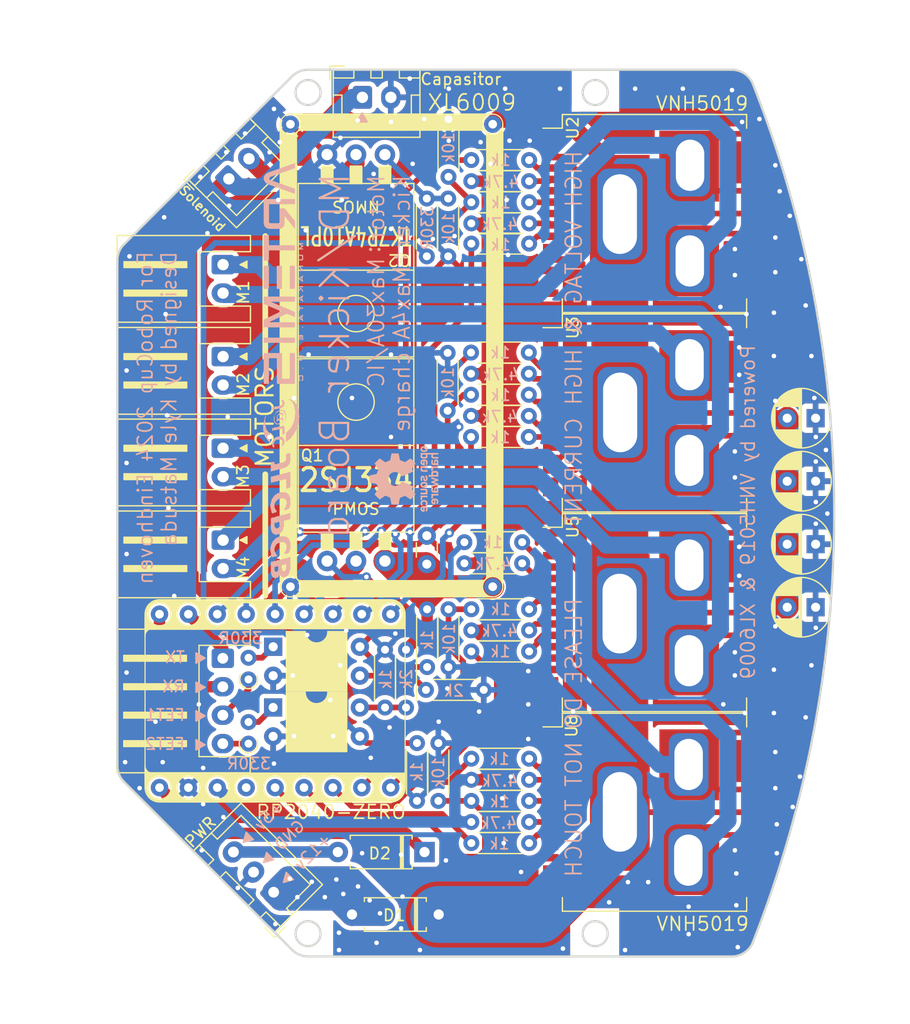
<source format=kicad_pcb>
(kicad_pcb (version 20221018) (generator pcbnew)
  (layers (0 "F.Cu" signal) (31 "B.Cu" signal) (34 "B.Paste" user) (35 "F.Paste" user) (36 "B.SilkS" user "B.Silkscreen") (37 "F.SilkS" user "F.Silkscreen") (38 "B.Mask" user) (39 "F.Mask" user) (44 "Edge.Cuts" user))
  (net 0 "")
  (net 1 "GND")
  (net 2 "+12V")
  (net 3 "+48V")
  (net 4 "/Solenoid+")
  (net 5 "Net-(D1-A)")
  (net 6 "+5V")
  (net 7 "Net-(D2-A)")
  (net 8 "/Solenoid-")
  (net 9 "/MD_TX")
  (net 10 "/MD_RX")
  (net 11 "/FET1")
  (net 12 "/FET2")
  (net 13 "/OUTA_1")
  (net 14 "/OUTB_1")
  (net 15 "/OUTA_2")
  (net 16 "/OUTB_2")
  (net 17 "/OUTA_3")
  (net 18 "/OUTB_3")
  (net 19 "/OUTA_4")
  (net 20 "/OUTB_4")
  (net 21 "Net-(Q1-G)")
  (net 22 "Net-(Q2-G)")
  (net 23 "/PWM_1")
  (net 24 "Net-(U2-EN{slash}DIAGA)")
  (net 25 "+3.3V")
  (net 26 "Net-(U2-INA)")
  (net 27 "/INA_1")
  (net 28 "Net-(U2-INB)")
  (net 29 "/INB_1")
  (net 30 "Net-(U2-PWM)")
  (net 31 "Net-(U2-EN{slash}DIAGB)")
  (net 32 "/PWM_2")
  (net 33 "Net-(U3-EN{slash}DIAGA)")
  (net 34 "Net-(U3-INA)")
  (net 35 "/INA_2")
  (net 36 "Net-(U3-INB)")
  (net 37 "/INB_2")
  (net 38 "Net-(U3-PWM)")
  (net 39 "Net-(U3-EN{slash}DIAGB)")
  (net 40 "/PWM_3")
  (net 41 "Net-(U5-EN{slash}DIAGA)")
  (net 42 "Net-(U5-INA)")
  (net 43 "/INA_3")
  (net 44 "Net-(U5-INB)")
  (net 45 "/INB_3")
  (net 46 "Net-(U5-PWM)")
  (net 47 "Net-(U5-EN{slash}DIAGB)")
  (net 48 "Net-(R19-Pad2)")
  (net 49 "Net-(R20-Pad2)")
  (net 50 "/PWM_4")
  (net 51 "Net-(U8-EN{slash}DIAGA)")
  (net 52 "Net-(U8-INA)")
  (net 53 "/INA_4")
  (net 54 "Net-(U8-INB)")
  (net 55 "/INB_4")
  (net 56 "Net-(U8-PWM)")
  (net 57 "Net-(R27-Pad2)")
  (net 58 "Net-(U8-EN{slash}DIAGB)")
  (net 59 "Net-(R29-Pad1)")
  (net 60 "Net-(R30-Pad2)")
  (footprint "Connector_JST:JST_XH_B3B-XH-A_1x03_P2.50mm_Vertical" (layer "F.Cu") (at 124.0536 120.904 135)
    (fp_text reference "PWR")
    (fp_text value "Conn_01x03_Socket")
  )
  (footprint "" (layer "F.Cu") (at 154.4828 113.8428)
    (fp_text reference "")
    (fp_text value "")
  )
  (footprint "Capacitor_THT:CP_Radial_D5.0mm_P2.50mm" (layer "F.Cu") (at 171.689913 90.3224 180)
    (fp_text reference "C4" hide)
    (fp_text value "C")
  )
  (footprint "Resistor_THT:R_Axial_DIN0204_L3.6mm_D1.6mm_P5.08mm_Horizontal" (layer "F.Cu") (at 146.5072 112.8776 180)
    (fp_text reference "R25" hide)
    (fp_text value "1k")
  )
  (footprint "Resistor_THT:R_Axial_DIN0204_L3.6mm_D1.6mm_P5.08mm_Horizontal" (layer "F.Cu") (at 146.5072 109.1692 180)
    (fp_text reference "R23" hide)
    (fp_text value "1k")
  )
  (footprint "Resistor_THT:R_Axial_DIN0204_L3.6mm_D1.6mm_P5.08mm_Horizontal" (layer "F.Cu") (at 139.3952 65.024 90)
    (fp_text reference "R33" hide)
    (fp_text value "10k")
  )
  (footprint "" (layer "F.Cu") (at 160.6296 65.4304)
    (fp_text reference "")
    (fp_text value "")
  )
  (footprint "Resistor_THT:R_Axial_DIN0204_L3.6mm_D1.6mm_P5.08mm_Horizontal" (layer "F.Cu") (at 146.5072 60.2742 180)
    (fp_text reference "R5" hide)
    (fp_text value "1k")
  )
  (footprint "Connector_JST:JST_XH_B2B-XH-A_1x02_P2.50mm_Vertical" (layer "F.Cu") (at 131.8514 51.054)
    (fp_text reference "Capasitor")
    (fp_text value "C")
  )
  (footprint "" (layer "F.Cu") (at 160.5788 82.9564)
    (fp_text reference "")
    (fp_text value "")
  )
  (footprint "" (layer "F.Cu") (at 154.4828 61.3156)
    (fp_text reference "")
    (fp_text value "")
  )
  (footprint "K15A20D:K15A20D" (layer "F.Cu") (at 131.2926 69.4488)
    (fp_text reference "Q1")
    (fp_text value "PMOS")
  )
  (footprint "Resistor_THT:R_Axial_DIN0204_L3.6mm_D1.6mm_P5.08mm_Horizontal" (layer "F.Cu") (at 146.4818 79.0448 180)
    (fp_text reference "R12" hide)
    (fp_text value "4.7k")
  )
  (footprint "Resistor_THT:R_Axial_DIN0204_L3.6mm_D1.6mm_P5.08mm_Horizontal" (layer "F.Cu") (at 146.5072 111.0234 180)
    (fp_text reference "R22" hide)
    (fp_text value "4.7k")
  )
  (footprint "Resistor_THT:R_Axial_DIN0204_L3.6mm_D1.6mm_P5.08mm_Horizontal" (layer "F.Cu") (at 139.4206 96.0374 -90)
    (fp_text reference "R13" hide)
    (fp_text value "10k")
  )
  (footprint "Connector_JST:JST_XH_B2B-XH-A_1x02_P2.50mm_Vertical" (layer "F.Cu") (at 120.1166 58.2168 45)
    (fp_text reference "Solenoid")
    (fp_text value "Conn_01x02_Socket")
  )
  (footprint "Resistor_THT:R_Axial_DIN0204_L3.6mm_D1.6mm_P5.08mm_Horizontal" (layer "F.Cu") (at 146.5072 116.586 180)
    (fp_text reference "R24" hide)
    (fp_text value "1k")
  )
  (footprint "Resistor_THT:R_Axial_DIN0204_L3.6mm_D1.6mm_P5.08mm_Horizontal" (layer "F.Cu") (at 146.5072 62.1284 180)
    (fp_text reference "R6" hide)
    (fp_text value "4.7k")
  )
  (footprint "Package_SO:ST_MultiPowerSO-30" (layer "F.Cu") (at 157.5244 78.7902)
    (fp_text reference "U3")
    (fp_text value "VNH5019A-E")
  )
  (footprint "" (layer "F.Cu") (at 154.5082 78.74)
    (fp_text reference "")
    (fp_text value "")
  )
  (footprint "Resistor_THT:R_Axial_DIN0204_L3.6mm_D1.6mm_P5.08mm_Horizontal" (layer "F.Cu") (at 146.5072 114.7318 180)
    (fp_text reference "R28" hide)
    (fp_text value "4.7k")
  )
  (footprint "" (layer "F.Cu") (at 154.4574 96.4184)
    (fp_text reference "")
    (fp_text value "")
  )
  (footprint "" (layer "F.Cu") (at 160.5788 92.1512)
    (fp_text reference "")
    (fp_text value "")
  )
  (footprint "Resistor_THT:R_Axial_DIN0204_L3.6mm_D1.6mm_P5.08mm_Horizontal" (layer "F.Cu") (at 133.8412 99.5934 -90)
    (fp_text reference "R31" hide)
    (fp_text value "1k")
  )
  (footprint "Package_DIP:DIP-4_W7.62mm" (layer "F.Cu") (at 124.0128 99.3344)
    (fp_text reference "U6" hide)
    (fp_text value "FODM217A")
  )
  (footprint "RP2040_ZERO:RP2040_ZERO" (layer "F.Cu") (at 108.939 104.0892 90)
    (fp_text reference "U1" hide)
    (fp_text value "~")
  )
  (footprint "Resistor_THT:R_Axial_DIN0204_L3.6mm_D1.6mm_P5.08mm_Horizontal" (layer "F.Cu") (at 139.3444 78.5876 90)
    (fp_text reference "R7" hide)
    (fp_text value "10k")
  )
  (footprint "" (layer "F.Cu") (at 160.5026 118.0846)
    (fp_text reference "")
    (fp_text value "")
  )
  (footprint "Resistor_THT:R_Axial_DIN0204_L3.6mm_D1.6mm_P5.08mm_Horizontal" (layer "F.Cu") (at 146.4818 80.899 180)
    (fp_text reference "R10" hide)
    (fp_text value "1k")
  )
  (footprint "Resistor_THT:R_Axial_DIN0204_L3.6mm_D1.6mm_P5.08mm_Horizontal" (layer "F.Cu") (at 146.5072 97.8916 180)
    (fp_text reference "R18" hide)
    (fp_text value "4.7k")
  )
  (footprint "Diode_THT:D_A-405_P7.62mm_Horizontal" (layer "F.Cu") (at 138.557 122.8598 180)
    (fp_text reference "D1")
    (fp_text value "D")
  )
  (footprint "K15A20D:K15A20D" (layer "F.Cu") (at 131.2926 78.4352 180)
    (fp_text reference "Q2")
    (fp_text value "NMOS")
  )
  (footprint "Resistor_THT:R_Axial_DIN0204_L3.6mm_D1.6mm_P5.08mm_Horizontal" (layer "F.Cu") (at 146.5072 96.0374 180)
    (fp_text reference "R17" hide)
    (fp_text value "1k")
  )
  (footprint "Resistor_THT:R_Axial_DIN0204_L3.6mm_D1.6mm_P1.90mm_Vertical" (layer "F.Cu") (at 121.8438 107.8484 90)
    (fp_text reference "R20" hide)
    (fp_text value "330")
  )
  (footprint "" (layer "F.Cu") (at 160.5534 100.5586)
    (fp_text reference "")
    (fp_text value "")
  )
  (footprint "Resistor_THT:R_Axial_DIN0204_L3.6mm_D1.6mm_P5.08mm_Horizontal" (layer "F.Cu") (at 146.4818 73.4822 180)
    (fp_text reference "R9" hide)
    (fp_text value "1k")
  )
  (footprint "" (layer "F.Cu") (at 160.655 57.023)
    (fp_text reference "")
    (fp_text value "")
  )
  (footprint "Capacitor_THT:CP_Radial_D5.0mm_P2.50mm" (layer "F.Cu") (at 171.689913 79.248 180)
    (fp_text reference "C1" hide)
    (fp_text value "C")
  )
  (footprint "Connector_JST:JST_XH_S2B-XH-A_1x02_P2.50mm_Horizontal" (layer "F.Cu") (at 119.6042 73.836 -90)
    (fp_text reference "M2")
    (fp_text value "Conn_01x02_Socket")
  )
  (footprint "Package_SO:ST_MultiPowerSO-30" (layer "F.Cu") (at 157.5244 96.3306)
    (fp_text reference "U5")
    (fp_text value "VNH5019A-E")
  )
  (footprint "Package_DIP:DIP-4_W7.62mm" (layer "F.Cu") (at 124.0074 104.6684)
    (fp_text reference "U7" hide)
    (fp_text value "FODM217A")
  )
  (footprint "Capacitor_THT:CP_Radial_D5.0mm_P2.50mm" (layer "F.Cu") (at 171.689913 95.8596 180)
    (fp_text reference "C5" hide)
    (fp_text value "C")
  )
  (footprint "Connector_JST:JST_XH_S2B-XH-A_1x02_P2.50mm_Horizontal" (layer "F.Cu") (at 119.6042 65.7552 -90)
    (fp_text reference "M1")
    (fp_text value "Conn_01x02_Socket")
  )
  (footprint "Connector_JST:JST_XH_S2B-XH-A_1x02_P2.50mm_Horizontal" (layer "F.Cu") (at 119.6042 81.8878 -90)
    (fp_text reference "M3")
    (fp_text value "Conn_01x02_Socket")
  )
  (footprint "Resistor_THT:R_Axial_DIN0204_L3.6mm_D1.6mm_P5.08mm_Horizontal" (layer "F.Cu") (at 145.8976 90.1446 180)
    (fp_text reference "R15" hide)
    (fp_text value "1k")
  )
  (footprint "Capacitor_THT:CP_Radial_D5.0mm_P2.50mm" (layer "F.Cu") (at 171.689913 84.7852 180)
    (fp_text reference "C2" hide)
    (fp_text value "C")
  )
  (footprint "Resistor_THT:R_Axial_DIN0204_L3.6mm_D1.6mm_P5.08mm_Horizontal" (layer "F.Cu") (at 139.4206 58.039 90)
    (fp_text reference "R1" hide)
    (fp_text value "10k")
  )
  (footprint "Package_SO:ST_MultiPowerSO-30" (layer "F.Cu") (at 157.5308 113.8722)
    (fp_text reference "U8")
    (fp_text value "VNH5019A-E")
  )
  (footprint "Resistor_THT:R_Axial_DIN0204_L3.6mm_D1.6mm_P1.90mm_Vertical" (layer "F.Cu") (at 121.8438 102.2002 90)
    (fp_text reference "R19" hide)
    (fp_text value "330")
  )
  (footprint "Diode_THT:D_A-405_P7.62mm_Horizontal" (layer "F.Cu") (at 137.3124 117.3734 180)
    (fp_text reference "D2")
    (fp_text value "D")
  )
  (footprint "Resistor_THT:R_Axial_DIN0204_L3.6mm_D1.6mm_P5.08mm_Horizontal" (layer "F.Cu") (at 137.5156 65.024 90)
    (fp_text reference "R32" hide)
    (fp_text value "330")
  )
  (footprint "Resistor_THT:R_Axial_DIN0204_L3.6mm_D1.6mm_P5.08mm_Horizontal" (layer "F.Cu") (at 146.5072 58.42 180)
    (fp_text reference "R2" hide)
    (fp_text value "4.7k")
  )
  (footprint "Resistor_THT:R_Axial_DIN0204_L3.6mm_D1.6mm_P5.08mm_Horizontal" (layer "F.Cu") (at 145.8976 91.9988 180)
    (fp_text reference "R14" hide)
    (fp_text value "4.7k")
  )
  (footprint "" (layer "F.Cu") (at 160.6042 74.549)
    (fp_text reference "")
    (fp_text value "")
  )
  (footprint "Resistor_THT:R_Axial_DIN0204_L3.6mm_D1.6mm_P5.08mm_Horizontal" (layer "F.Cu") (at 135.6868 99.5934 -90)
    (fp_text reference "R30" hide)
    (fp_text value "2k")
  )
  (footprint "Connector_JST:JST_XH_S2B-XH-A_1x02_P2.50mm_Horizontal" (layer "F.Cu") (at 119.6042 89.965 -90)
    (fp_text reference "M4")
    (fp_text value "Conn_01x02_Socket")
  )
  (footprint "Package_SO:ST_MultiPowerSO-30" (layer "F.Cu") (at 157.5244 61.2642)
    (fp_text reference "U2")
    (fp_text value "VNH5019A-E")
  )
  (footprint "Capacitor_THT:C_Disc_D3.0mm_W1.6mm_P2.50mm" (layer "F.Cu") (at 137.5156 92.075 90)
    (fp_text reference "C3" hide)
    (fp_text value "C_Small")
  )
  (footprint "Resistor_THT:R_Axial_DIN0204_L3.6mm_D1.6mm_P5.08mm_Horizontal" (layer "F.Cu") (at 137.541 101.1174 90)
    (fp_text reference "R26" hide)
    (fp_text value "1k")
  )
  (footprint "" (layer "F.Cu") (at 160.528 109.6772)
    (fp_text reference "")
    (fp_text value "")
  )
  (footprint "Resistor_THT:R_Axial_DIN0204_L3.6mm_D1.6mm_P5.08mm_Horizontal" (layer "F.Cu") (at 146.4818 77.1906 180)
    (fp_text reference "R11" hide)
    (fp_text value "1k")
  )
  (footprint "Connector_JST:JST_XH_S4B-XH-A_1x04_P2.50mm_Horizontal" (layer "F.Cu") (at 119.5832 100.3482 -90)
    (fp_text reference "J2" hide)
    (fp_text value "Conn_01x04_Socket")
  )
  (footprint "Resistor_THT:R_Axial_DIN0204_L3.6mm_D1.6mm_P5.08mm_Horizontal" (layer "F.Cu") (at 146.5072 63.9064 180)
    (fp_text reference "R4" hide)
    (fp_text value "1k")
  )
  (footprint "Resistor_THT:R_Axial_DIN0204_L3.6mm_D1.6mm_P5.08mm_Horizontal" (layer "F.Cu") (at 138.5316 112.8776 90)
    (fp_text reference "R21" hide)
    (fp_text value "10k")
  )
  (footprint "Resistor_THT:R_Axial_DIN0204_L3.6mm_D1.6mm_P5.08mm_Horizontal" (layer "F.Cu") (at 146.5072 56.5658 180)
    (fp_text reference "R3" hide)
    (fp_text value "1k")
  )
  (footprint "Resistor_THT:R_Axial_DIN0204_L3.6mm_D1.6mm_P5.08mm_Horizontal" (layer "F.Cu") (at 146.4818 75.3364 180)
    (fp_text reference "R8" hide)
    (fp_text value "4.7k")
  )
  (footprint "XL6009:XL6009" (layer "F.Cu") (at 134.4168 48.3362)
    (fp_text reference "U4" hide)
    (fp_text value "XL6009")
  )
  (footprint "Resistor_THT:R_Axial_DIN0204_L3.6mm_D1.6mm_P5.08mm_Horizontal" (layer "F.Cu") (at 136.652 112.8776 90)
    (fp_text reference "R27" hide)
    (fp_text value "1k")
  )
  (footprint "Resistor_THT:R_Axial_DIN0204_L3.6mm_D1.6mm_P5.08mm_Horizontal" (layer "F.Cu") (at 137.4394 103.124)
    (fp_text reference "R29" hide)
    (fp_text value "2k")
  )
  (footprint "Resistor_THT:R_Axial_DIN0204_L3.6mm_D1.6mm_P5.08mm_Horizontal" (layer "F.Cu") (at 146.5072 99.7458 180)
    (fp_text reference "R16" hide)
    (fp_text value "1k")
  )
  (footprint "_Others:JLCPCB" (layer "B.Cu") (at 124.760567 85.339766 -90)
    (fp_text reference "G***" hide)
    (fp_text value "LOGO" hide)
  )
  (footprint "Artemis_Logo:Artemis_Logo" (layer "B.Cu") (at 124.4346 65.1764 -90)
    (fp_text reference "G***" hide)
    (fp_text value "LOGO" hide)
  )
  (footprint "Symbol:OSHW-Logo_5.7x6mm_SilkScreen" (layer "B.Cu") (at 135.509 84.582 -90)
    (fp_text reference "REF**" hide)
    (fp_text value "OSHW-Logo_5.7x6mm_SilkScreen" hide)
  )
  (gr_line (start 123.317 94.8436) (end 123.317 84.1756) (stroke (width 0.5)) (layer "F.SilkS"))
  (gr_line (start 123.317 73.914) (end 123.317 63.246) (stroke (width 0.5)) (layer "F.SilkS"))
  (gr_arc (start 166.177299 49.898174) (mid 173.320399 87.587094) (end 166.177299 125.276014) (stroke (width 0.2)) (layer "Edge.Cuts"))
  (gr_line (start 120.955109 53.922947) (end 110.906185 63.97187) (stroke (width 0.2)) (layer "Edge.Cuts"))
  (gr_line (start 110.320399 65.386084) (end 110.320399 109.788104) (stroke (width 0.2)) (layer "Edge.Cuts"))
  (gr_line (start 149.975979 126.544188) (end 164.316 126.54419) (stroke (width 0.2)) (layer "Edge.Cuts"))
  (gr_arc (start 127.076485 126.54419) (mid 126.311118 126.391949) (end 125.662272 125.958404) (stroke (width 0.2)) (layer "Edge.Cuts"))
  (gr_line (start 149.975979 48.63) (end 127.076483 48.63) (stroke (width 0.2)) (layer "Edge.Cuts"))
  (gr_circle (center 127.076485 124.54419) (end 125.976485 124.54419) (stroke (width 0.2)) (fill none) (layer "Edge.Cuts"))
  (gr_line (start 110.906185 111.202318) (end 125.662272 125.958404) (stroke (width 0.2)) (layer "Edge.Cuts"))
  (gr_arc (start 164.316 48.629998) (mid 165.442133 48.977175) (end 166.177299 49.898174) (stroke (width 0.2)) (layer "Edge.Cuts"))
  (gr_line (start 164.316 48.629998) (end 149.975979 48.63) (stroke (width 0.2)) (layer "Edge.Cuts"))
  (gr_line (start 125.66227 49.215786) (end 120.955109 53.922947) (stroke (width 0.2)) (layer "Edge.Cuts"))
  (gr_arc (start 125.66227 49.215786) (mid 126.311116 48.782241) (end 127.076483 48.63) (stroke (width 0.2)) (layer "Edge.Cuts"))
  (gr_arc (start 110.320399 65.386084) (mid 110.47264 64.620717) (end 110.906185 63.97187) (stroke (width 0.2)) (layer "Edge.Cuts"))
  (gr_line (start 127.076485 126.54419) (end 149.975979 126.544188) (stroke (width 0.2)) (layer "Edge.Cuts"))
  (gr_circle (center 127.076483 50.63) (end 125.976483 50.63) (stroke (width 0.2)) (fill none) (layer "Edge.Cuts"))
  (gr_arc (start 110.906185 111.202318) (mid 110.47264 110.553471) (end 110.320399 109.788104) (stroke (width 0.2)) (layer "Edge.Cuts"))
  (gr_circle (center 152.316 124.54419) (end 151.216 124.54419) (stroke (width 0.2)) (fill none) (layer "Edge.Cuts"))
  (gr_circle (center 152.316 50.629998) (end 151.216 50.629998) (stroke (width 0.2)) (fill none) (layer "Edge.Cuts"))
  (gr_arc (start 166.177299 125.276014) (mid 165.442133 126.197013) (end 164.316 126.54419) (stroke (width 0.2)) (layer "Edge.Cuts"))
  (gr_text "1k" (at 144.9578 81.5086) (layer "B.SilkS") (effects (font (size 1 1)) (justify left bottom mirror)))
  (gr_text "1k" (at 144.8816 117.221) (layer "B.SilkS") (effects (font (size 1 1)) (justify left bottom mirror)))
  (gr_text "\nGND ▶   ︎" (at 127.0254 115.1636 45) (layer "B.SilkS") (effects (font (size 1 1)) (justify left bottom mirror)))
  (gr_text "330R" (at 138.1506 60.5028 90) (layer "B.SilkS") (effects (font (size 1 1)) (justify left bottom mirror)))
  (gr_text "10k" (at 140.0556 97.1804 90) (layer "B.SilkS") (effects (font (size 1 1)) (justify left bottom mirror)))
  (gr_text "◀ ︎TX" (at 118.3386 100.838) (layer "B.SilkS") (effects (font (size 1 1)) (justify left bottom mirror)))
  (gr_text "1k" (at 144.9832 64.5922) (layer "B.SilkS") (effects (font (size 1 1)) (justify left bottom mirror)))
  (gr_text "2k" (at 136.2964 101.1936 90) (layer "B.SilkS") (effects (font (size 1 1)) (justify left bottom mirror)))
  (gr_text "4.7k\n" (at 145.7452 59.0804) (layer "B.SilkS") (effects (font (size 1 1)) (justify left bottom mirror)))
  (gr_text "▶   ︎" (at 131.318 53.5432 -90) (layer "B.SilkS") (effects (font (size 1 1)) (justify left bottom mirror)))
  (gr_text "4.7k" (at 145.6182 98.5266) (layer "B.SilkS") (effects (font (size 1 1)) (justify left bottom mirror)))
  (gr_text "Powered by VNH5019 & XL6009" (at 166.4462 72.7202 90) (layer "B.SilkS") (effects (font (size 1.2 1.2)) (justify left bottom mirror)))
  (gr_text "10k" (at 140.0048 54.0004 90) (layer "B.SilkS") (effects (font (size 1 1)) (justify left bottom mirror)))
  (gr_text "1k" (at 144.9832 77.8002) (layer "B.SilkS") (effects (font (size 1 1)) (justify left bottom mirror)))
  (gr_text "1k" (at 138.1252 97.7646 90) (layer "B.SilkS") (effects (font (size 1 1)) (justify left bottom mirror)))
  (gr_text "For RoboCup 2024 Eindhoven\nDesigned by Kyle Matsuda" (at 115.6208 64.4906 90) (layer "B.SilkS") (effects (font (size 1.3 1.3)) (justify left bottom mirror)))
  (gr_text "10k" (at 139.1158 108.9152 90) (layer "B.SilkS") (effects (font (size 1 1)) (justify left bottom mirror)))
  (gr_text "◀ ︎FET2" (at 118.3386 108.458) (layer "B.SilkS") (effects (font (size 1 1)) (justify left bottom mirror)))
  (gr_text "1k" (at 134.4676 101.219 90) (layer "B.SilkS") (effects (font (size 1 1)) (justify left bottom mirror)))
  (gr_text "1k" (at 144.8816 109.7788) (layer "B.SilkS") (effects (font (size 1 1)) (justify left bottom mirror)))
  (gr_text "◀ ︎FET1" (at 118.3386 105.918) (layer "B.SilkS") (effects (font (size 1 1)) (justify left bottom mirror)))
  (gr_text "2k" (at 140.8684 103.7844) (layer "B.SilkS") (effects (font (size 1 1)) (justify left bottom mirror)))
  (gr_text "1k" (at 137.2108 109.347 90) (layer "B.SilkS") (effects (font (size 1 1)) (justify left bottom mirror)))
  (gr_text "4.7k" (at 145.542 115.4176) (layer "B.SilkS") (effects (font (size 1 1)) (justify left bottom mirror)))
  (gr_text "1k" (at 144.9578 74.0664) (layer "B.SilkS") (effects (font (size 1 1)) (justify left bottom mirror)))
  (gr_text "◀ ︎RX" (at 118.3386 103.4034) (layer "B.SilkS") (effects (font (size 1 1)) (justify left bottom mirror)))
  (gr_text "1k" (at 144.9832 96.6216) (layer "B.SilkS") (effects (font (size 1 1)) (justify left bottom mirror)))
  (gr_text "330R" (at 123.1646 99.1616) (layer "B.SilkS") (effects (font (size 1 1)) (justify left bottom mirror)))
  (gr_text "HIGH VOLTAG & HIGH CURRENT      PLEASE DO NOT TOUCH" (at 151.257 55.626 90) (layer "B.SilkS") (effects (font (size 1.4 1.4)) (justify left bottom mirror)))
  (gr_text "4.7k\n" (at 145.6436 111.7092) (layer "B.SilkS") (effects (font (size 1 1)) (justify left bottom mirror)))
  (gr_text "330R" (at 123.9012 110.1852) (layer "B.SilkS") (effects (font (size 1 1)) (justify left bottom mirror)))
  (gr_text "\n+12v ▶   ︎" (at 129.3622 116.3066 45) (layer "B.SilkS") (effects (font (size 1 1)) (justify left bottom mirror)))
  (gr_text "1k" (at 144.9578 100.33) (layer "B.SilkS") (effects (font (size 1 1)) (justify left bottom mirror)))
  (gr_text "10k" (at 139.954 74.6506 90) (layer "B.SilkS") (effects (font (size 1 1)) (justify left bottom mirror)))
  (gr_text "1k" (at 144.907 113.5126) (layer "B.SilkS") (effects (font (size 1 1)) (justify left bottom mirror)))
  (gr_text "1k" (at 144.2974 90.7288) (layer "B.SilkS") (effects (font (size 1 1)) (justify left bottom mirror)))
  (gr_text "\n+5v ▶   ︎" (at 125.1712 113.4618 45) (layer "B.SilkS") (effects (font (size 1 1)) (justify left bottom mirror)))
  (gr_text "1k" (at 144.9832 57.15) (layer "B.SilkS") (effects (font (size 1 1)) (justify left bottom mirror)))
  (gr_text "4.7k" (at 145.6182 79.7052) (layer "B.SilkS") (effects (font (size 1 1)) (justify left bottom mirror)))
  (gr_text "Motor：Max30A/IC\nKicker：Max4A charge" (at 136.144 57.785 90) (layer "B.SilkS") (effects (font (size 1.4 1.4)) (justify left bottom mirror)))
  (gr_text "MD/Kicker Board" (at 130.9116 57.5056 90) (layer "B.SilkS") (effects (font (size 2.5 2.5) (thickness 0.2)) (justify left bottom mirror)))
  (gr_text "4.7k\n" (at 145.7198 75.9968) (layer "B.SilkS") (effects (font (size 1 1)) (justify left bottom mirror)))
  (gr_text "4.7k\n" (at 145.0594 92.6592) (layer "B.SilkS") (effects (font (size 1 1)) (justify left bottom mirror)))
  (gr_text "10k" (at 140.0048 61.1124 90) (layer "B.SilkS") (effects (font (size 1 1)) (justify left bottom mirror)))
  (gr_text "4.7k" (at 145.6436 62.7888) (layer "B.SilkS") (effects (font (size 1 1)) (justify left bottom mirror)))
  (gr_text "1k" (at 145.0086 60.8838) (layer "B.SilkS") (effects (font (size 1 1)) (justify left bottom mirror)))
  (gr_text "VNH5019" (at 157.607 124.3838) (layer "F.SilkS") (effects (font (size 1.2 1.2)) (justify left bottom)))
  (gr_text "RP2040-ZERO" (at 122.428 114.554) (layer "F.SilkS") (effects (font (size 1.2 1.2)) (justify left bottom)))
  (gr_text "MOTORS" (at 124.1552 83.7184 90) (layer "F.SilkS") (effects (font (size 1.5 1.5) (thickness 0.2)) (justify left bottom)))
  (gr_text "VNH5019" (at 157.5562 52.2986) (layer "F.SilkS") (effects (font (size 1.2 1.2)) (justify left bottom)))
  (segment (start 136.7936 90.297) (end 135.509 90.297) (width 0.5) (layer "F.Cu") (net 1))
  (segment (start 137.5156 89.575) (end 136.7936 90.297) (width 0.5) (layer "F.Cu") (net 1))
  (via (at 171.323 100.965) (size 0.8) (drill 0.4) (layers "F.Cu" "B.Cu") (net 1))
  (via (at 139.446 54.864) (size 0.8) (drill 0.4) (layers "F.Cu" "B.Cu") (net 1))
  (via (at 170.434 65.278) (size 0.8) (drill 0.4) (layers "F.Cu" "B.Cu") (net 1))
  (via (at 168.148 66.421) (size 0.8) (drill 0.4) (layers "F.Cu" "B.Cu") (net 1))
  (via (at 112.268 111.76) (size 0.8) (drill 0.4) (layers "F.Cu" "B.Cu") (net 1))
  (via (at 130.937 77.47) (size 0.8) (drill 0.4) (layers "F.Cu" "B.Cu") (net 1))
  (via (at 124.079 52.07) (size 0.8) (drill 0.4) (layers "F.Cu" "B.Cu") (net 1))
  (via (at 168.148 63.373) (size 0.8) (drill 0.4) (layers "F.Cu" "B.Cu") (net 1))
  (via (at 135.382 121.285) (size 0.8) (drill 0.4) (layers "F.Cu" "B.Cu") (net 1))
  (via (at 135.255 117.602) (size 0.8) (drill 0.4) (layers "F.Cu" "B.Cu") (net 1))
  (via (at 164.592 117.221) (size 0.8) (drill 0.4) (layers "F.Cu" "B.Cu") (net 1))
  (via (at 133.096 125.349) (size 0.8) (drill 0.4) (layers "F.Cu" "B.Cu") (net 1))
  (via (at 114.808 87.122) (size 0.8) (drill 0.4) (layers "F.Cu" "B.Cu") (net 1))
  (via (at 144.399 50.292) (size 0.8) (drill 0.4) (layers "F.Cu" "B.Cu") (net 1))
  (via (at 117.856 109.982) (size 0.8) (drill 0.4) (layers "F.Cu" "B.Cu") (net 1))
  (via (at 144.272 116.586) (size 0.8) (drill 0.4) (layers "F.Cu" "B.Cu") (net 1))
  (via (at 134.747 98.171) (size 0.8) (drill 0.4) (layers "F.Cu" "B.Cu") (net 1))
  (via (at 168.021 73.787) (size 0.8) (drill 0.4) (layers "F.Cu" "B.Cu") (net 1))
  (via (at 171.704 86.614) (size 0.8) (drill 0.4) (layers "F.Cu" "B.Cu") (net 1))
  (via (at 127.127 73.66) (size 0.8) (drill 0.4) (layers "F.Cu" "B.Cu") (net 1))
  (via (at 166.751 52.959) (size 0.8) (drill 0.4) (layers "F.Cu" "B.Cu") (net 1))
  (via (at 134.366 73.66) (size 0.8) (drill 0.4) (layers "F.Cu" "B.Cu") (net 1))
  (via (at 163.322 69.469) (size 0.8) (drill 0.4) (layers "F.Cu" "B.Cu") (net 1))
  (via (at 119.634 114.3) (size 0.8) (drill 0.4) (layers "F.Cu" "B.Cu") (net 1))
  (via (at 117.602 58.039) (size 0.8) (drill 0.4) (layers "F.Cu" "B.Cu") (net 1))
  (via (at 124.206 123.698) (size 0.8) (drill 0.4) (layers "F.Cu" "B.Cu") (net 1))
  (via (at 168.148 108.585) (size 0.8) (drill 0.4) (layers "F.Cu" "B.Cu") (net 1))
  (via (at 125.857 107.188) (size 0.8) (drill 0.4) (layers "F.Cu" "B.Cu") (net 1))
  (via (at 136.017 49.403) (size 0.8) (drill 0.4) (layers "F.Cu" "B.Cu") (net 1))
  (via (at 139.446 50.292) (size 0.8) (drill 0.4) (layers "F.Cu" "B.Cu") (net 1))
  (via (at 131.445 53.086) (size 0.8) (drill 0.4) (layers "F.Cu" "B.Cu") (net 1))
  (via (at 165.608 70.104) (size 0.8) (drill 0.4) (layers "F.Cu" "B.Cu") (net 1))
  (via (at 132.842 57.785) (size 0.8) (drill 0.4) (layers "F.Cu" "B.Cu") (net 1))
  (via (at 139.192 118.11) (size 0.8) (drill 0.4) (layers "F.Cu" "B.Cu") (net 1))
  (via (at 126.873 62.738) (size 0.8) (drill 0.4) (layers "F.Cu" "B.Cu") (net 1))
  (via (at 117.729 117.221) (size 0.8) (drill 0.4) (layers "F.Cu" "B.Cu") (net 1))
  (via (at 111.125 101.6) (size 0.8) (drill 0.4) (layers "F.Cu" "B.Cu") (net 1))
  (via (at 164.592 99.822) (size 0.8) (drill 0.4) (layers "F.Cu" "B.Cu") (net 1))
  (via (at 171.323 73.787) (size 0.8) (drill 0.4) (layers "F.Cu" "B.Cu") (net 1))
  (via (at 117.475 104.394) (size 0.8) (drill 0.4) (layers "F.Cu" "B.Cu") (net 1))
  (via (at 146.431 104.394) (size 0.8) (drill 0.4) (layers "F.Cu" "B.Cu") (net 1))
  (via (at 171.704 88.519) (size 0.8) (drill 0.4) (layers "F.Cu" "B.Cu") (net 1))
  (via (at 124.079 109.601) (size 0.8) (drill 0.4) (layers "F.Cu" "B.Cu") (net 1))
  (via (at 164.973 90.551) (size 0.8) (drill 0.4) (layers "F.Cu" "B.Cu") (net 1))
  (via (at 138.049 63.5) (size 0.8) (drill 0.4) (layers "F.Cu" "B.Cu") (net 1))
  (via (at 154.94 125.984) (size 0.8) (drill 0.4) (layers "F.Cu" "B.Cu") (net 1))
  (via (at 149.479 125.857) (size 0.8) (drill 0.4) (layers "F.Cu" "B.Cu") (net 1))
  (via (at 168.148 57.023) (size 0.8) (drill 0.4) (layers "F.Cu" "B.Cu") (net 1))
  (via (at 168.275 117.475) (size 0.8) (drill 0.4) (layers "F.Cu" "B.Cu") (net 1))
  (via (at 160.528 124.587) (size 0.8) (drill 0.4) (layers "F.Cu" "B.Cu") (net 1))
  (via (at 120.142 60.579) (size 0.8) (drill 0.4) (layers "F.Cu" "B.Cu") (net 1))
  (via (at 168.021 69.977) (size 0.8) (drill 0.4) (layers "F.Cu" "B.Cu") (net 1))
  (via (at 118.237 62.992) (size 0.8) (drill 0.4) (layers "F.Cu" "B.Cu") (net 1))
  (via (at 146.431 101.473) (size 0.8) (drill 0.4) (layers "F.Cu" "B.Cu") (net 1))
  (via (at 164.592 101.854) (size 0.8) (drill 0.4) (layers "F.Cu" "B.Cu") (net 1))
  (via (at 131.826 117.475) (size 0.8) (drill 0.4) (layers "F.Cu" "B.Cu") (net 1))
  (via (at 138.557 105.918) (size 0.8) (drill 0.4) (layers "F.Cu" "B.Cu") (net 1))
  (via (at 146.558 54.864) (size 0.8) (drill 0.4) (layers "F.Cu" "B.Cu") (net 1))
  (via (at 156.972 120.015) (size 0.8) (drill 0.4) (layers "F.Cu" "B.Cu") (net 1))
  (via (at 165.481 105.156) (size 0.8) (drill 0.4) (layers "F.Cu" "B.Cu") (net 1))
  (via (at 171.704 80.899) (size 0.8) (drill 0.4) (layers "F.Cu" "B.Cu") (net 1))
  (via (at 117.856 113.157) (size 0.8) (drill 0.4) (layers "F.Cu" "B.Cu") (net 1))
  (via (at 115.316 94.869) (size 0.8) (drill 0.4) (layers "F.Cu" "B.Cu") (net 1))
  (via (at 168.148 97.536) (size 0.8) (drill 0.4) (layers "F.Cu" "B.Cu") (net 1))
  (via (at 114.681 78.994) (size 0.8) (drill 0.4) (layers "F.Cu" "B.Cu") (net 1))
  (via (at 137.287 52.959) (size 0.8) (drill 0.4) (layers "F.Cu" "B.Cu") (net 1))
  (via (at 134.366 62.611) (size 0.8) (drill 0.4) (layers "F.Cu" "B.Cu") (net 1))
  (via (at 123.698 55.88) (size 0.8) (drill 0.4) (layers "F.Cu" "B.Cu") (net 1))
  (via (at 168.275 114.935) (size 0.8) (drill 0.4) (layers "F.Cu" "B.Cu") (net 1))
  (via (at 129.794 125.984) (size 0.8) (drill 0.4) (layers "F.Cu" "B.Cu") (net 1))
  (via (at 164.592 64.389) (size 0.8) (drill 0.4) (layers "F.Cu" "B.Cu") (net 1))
  (via (at 124.46 60.071) (size 0.8) (drill 0.4) (layers "F.Cu" "B.Cu") (net 1))
  (via (at 144.145 112.649) (size 0.8) (drill 0.4) (layers "F.Cu" "B.Cu") (net 1))
  (via (at 164.846 125.73) (size 0.8) (drill 0.4) (layers "F.Cu" "B.Cu") (net 1))
  (via (at 121.539 54.229) (size 0.8) (drill 0.4) (layers "F.Cu" "B.Cu") (net 1))
  (via (at 153.543 121.793) (size 0.8) (drill 0.4) (layers "F.Cu" "B.Cu") (net 1))
  (via (at 142.24 54.991) (size 0.8) (drill 0.4) (layers "F.Cu" "B.Cu") (net 1))
  (via (at 149.225 50.292) (size 0.8) (drill 0.4) (layers "F.Cu" "B.Cu") (net 1))
  (via (at 111.379 65.024) (size 0.8) (drill 0.4) (layers "F.Cu" "B.Cu") (net 1))
  (via (at 125.73 101.854) (size 0.8) (drill 0.4) (layers "F.Cu" "B.Cu") (net 1))
  (via (at 146.431 107.442) (size 0.8) (drill 0.4) (layers "F.Cu" "B.Cu") (net 1))
  (via (at 134.366 53.213) (size 0.8) (drill 0.4) (layers "F.Cu" "B.Cu") (net 1))
  (via (at 169.418 61.468) (size 0.8) (drill 0.4) (layers "F.Cu" "B.Cu") (net 1))
  (via (at 134.239 106.426) (size 0.8) (drill 0.4) (layers "F.Cu" "B.Cu") (net 1))
  (via (at 129.032 104.013) (size 0.8) (drill 0.4) (layers "F.Cu" "B.Cu") (net 1))
  (via (at 114.3 109.474) (size 0.8) (drill 0.4) (layers "F.Cu" "B.Cu") (net 1))
  (via (at 164.719 122.047) (size 0.8) (drill 0.4) (layers "F.Cu" "B.Cu") (net 1))
  (via (at 134.493 58.801) (size 0.8) (drill 0.4) (layers "F.Cu" "B.Cu") (net 1))
  (via (at 164.592 66.675) (size 0.8) (drill 0.4) (layers "F.Cu" "B.Cu") (net 1))
  (via (at 164.592 84.455) (size 0.8) (drill 0.4) (layers "F.Cu" "B.Cu") (net 1))
  (via (at 164.592 82.169) (size 0.8) (drill 0.4) (layers "F.Cu" "B.Cu") (net 1))
  (via (at 129.921 100.965) (size 0.8) (drill 0.4) (layers "F.Cu" "B.Cu") (net 1))
  (via (at 150.368 105.029) (size 0.8) (drill 0.4) (layers "F.Cu" "B.Cu") (net 1))
  (via (at 130.429 97.917) (size 0.8) (drill 0.4) (layers "F.Cu" "B.Cu") (net 1))
  (via (at 168.529 59.309) (size 0.8) (drill 0.4) (layers "F.Cu" "B.Cu") (net 1))
  (via (at 123.698 80.899) (size 0.8) (drill 0.4) (layers "F.Cu" "B.Cu") (net 1))
  (via (at 139.954 63.246) (size 0.8) (drill 0.4) (layers "F.Cu" "B.Cu") (net 1))
  (via (at 120.904 120.523) (size 0.8) (drill 0.4) (layers "F.Cu" "B.Cu") (net 1))
  (via (at 124.587 54.991) (size 0.8) (drill 0.4) (layers "F.Cu" "B.Cu") (net 1))
  (via (at 164.973 75.438) (size 0.8) (drill 0.4) (layers "F.Cu" "B.Cu") (net 1))
  (via (at 139.319 102.997) (size 0.8) (drill 0.4) (layers "F.Cu" "B.Cu") (net 1))
  (via (at 119.888 55.88) (size 0.8) (drill 0.4) (layers "F.Cu" "B.Cu") (net 1))
  (via (at 168.021 105.156) (size 0.8) (drill 0.4) (layers "F.Cu" "B.Cu") (net 1))
  (via (at 129.794 124.46) (size 0.8) (drill 0.4) (layers "F.Cu" "B.Cu") (net 1))
  (via (at 127 98.298) (size 0.8) (drill 0.4) (layers "F.Cu" "B.Cu") (net 1))
  (via (at 170.815 105.537) (size 0.8) (drill 0.4) (layers "F.Cu" "B.Cu") (net 1))
  (via (at 111.125 75.057) (size 0.8) (drill 0.4) (layers "F.Cu" "B.Cu") (net 1))
  (via (at 140.335 80.01) (size 0.8) (drill 0.4) (layers "F.Cu" "B.Cu") (net 1))
  (via (at 125.857 77.47) (size 0.8) (drill 0.4) (layers "F.Cu" "B.Cu") (net 1))
  (via (at 132.588 109.093) (size 0.8) (drill 0.4) (layers "F.Cu" "B.Cu") (net 1))
  (via (at 172.593 82.042) (size 0.8) (drill 0.4) (layers "F.Cu" "B.Cu") (net 1))
  (via (at 136.271 56.896) (size 0.8) (drill 0.4) (layers "F.Cu" "B.Cu") (net 1))
  (via (at 165.227 53.213) (size 0.8) (drill 0.4) (layers "F.Cu" "B.Cu") (net 1))
  (via (at 135.255 124.079) (size 0.8) (drill 0.4) (layers "F.Cu" "B.Cu") (net 1))
  (via (at 145.796 119.126) (size 0.8) (drill 0.4) (layers "F.Cu" "B.Cu") (net 1))
  (via (at 155.194 120.015) (size 0.8) (drill 0.4) (layers "F.Cu" "B.Cu") (net 1))
  (via (at 144.653 64.897) (size 0.8) (drill 0.4) (layers "F.Cu" "B.Cu") (net 1))
  (via (at 170.307 110.744) (size 0.8) (drill 0.4) (layers "F.Cu" "B.Cu") (net 1))
  (via (at 114.554 70.104) (size 0.8) (drill 0.4) (layers "F.Cu" "B.Cu") (net 1))
  (via (at 168.148 111.76) (size 0.8) (drill 0.4) (layers "F.Cu" "B.Cu") (net 1))
  (via (at 129.921 54.61) (size 0.8) (drill 0.4) (layers "F.Cu" "B.Cu") (net 1))
  (via (at 144.78 54.864) (size 0.8) (drill 0.4) (layers "F.Cu" "B.Cu") (net 1))
  (via (at 160.528 122.174) (size 0.8) (drill 0.4) (layers "F.Cu" "B.Cu") (net 1))
  (via (at 168.148 77.724) (size 0.8) (drill 0.4) (layers "F.Cu" "B.Cu") (net 1))
  (via (at 134.366 80.899) (size 0.8) (drill 0.4) (layers "F.Cu" "B.Cu") (net 1))
  (via (at 144.907 110.744) (size 0.8) (drill 0.4) (layers "F.Cu" "B.Cu") (net 1))
  (via (at 168.021 101.346) (size 0.8) (drill 0.4) (layers "F.Cu" "B.Cu") (net 1))
  (via (at 111.125 83.185) (size 0.8) (drill 0.4) (layers "F.Cu" "B.Cu") (net 1))
  (via (at 164.719 119.253) (size 0.8) (drill 0.4) (layers "F.Cu" "B.Cu") (net 1))
  (via (at 142.113 105.029) (size 0.8) (drill 0.4) (layers "F.Cu" "B.Cu") (net 1))
  (via (at 144.526 60.071) (size 0.8) (drill 0.4) (layers "F.Cu" "B.Cu") (net 1))
  (via (at 136.906 125.984) (size 0.8) (drill 0.4) (layers "F.Cu" "B.Cu") (net 1))
  (via (at 171.704 97.663) (size 0.8) (drill 0.4) (layers "F.Cu" "B.Cu") (net 1))
  (via (at 171.577 77.47) (size 0.8) (drill 0.4) (layers "F.Cu" "B.Cu") (net 1))
  (via (at 164.973 73.025) (size 0.8) (drill 0.4) (layers "F.Cu" "B.Cu") (net 1))
  (via (at 113.665 105.918) (size 0.8) (drill 0.4) (layers "F.Cu" "B.Cu") (net 1))
  (via (at 110.998 109.474) (size 0.8) (drill 0.4) (layers "F.Cu" "B.Cu") (net 1))
  (via (at 111.125 91.186) (size 0.8) (drill 0.4) (layers "F.Cu" "B.Cu") (net 1))
  (via (at 143.129 56.896) (size 0.8) (drill 0.4) (layers "F.Cu" "B.Cu") (net 1))
  (via (at 169.672 113.411) (size 0.8) (drill 0.4) (layers "F.Cu" "B.Cu") (net 1))
  (via (at 163.576 104.394) (size 0.8) (drill 0.4) (layers "F.Cu" "B.Cu") (net 1))
  (via (at 129.286 107.188) (size 0.8) (drill 0.4) (layers "F.Cu" "B.Cu") (net 1))
  (via (at 164.973 93.091) (size 0.8) (drill 0.4) (layers "F.Cu" "B.Cu") (net 1))
  (via (at 164.338 50.419) (size 0.8) (drill 0.4) (layers "F.Cu" "B.Cu") (net 1))
  (via (at 170.815 69.342) (size 0.8) (drill 0.4) (layers "F.Cu" "B.Cu") (net 1))
  (via (at 171.704 83.058) (size 0.8) (drill 0.4) (layers "F.Cu" "B.Cu") (net 1))
  (via (at 160.02 50.292) (size 0.8) (drill 0.4) (layers "F.Cu" "B.Cu") (net 1))
  (via (at 114.427 61.595) (size 0.8) (drill 0.4) (layers "F.Cu" "B.Cu") (net 1))
  (via (at 155.829 50.292) (size 0.8) (drill 0.4) (layers "F.Cu" "B.Cu") (net 1))
  (via (at 120.015 79.121) (size 0.8) (drill 0.4) (layers "F.Cu" "B.Cu") (net 1))
  (via (at 172.72 87.63) (size 0.8) (drill 0.4) (layers "F.Cu" "B.Cu") (net 1))
  (via (at 130.048 60.071) (size 0.8) (drill 0.4) (layers "F.Cu" "B.Cu") (net 1))
  (segment (start 125.5268 94.0562) (end 125.476 94.107) (width 0.5) (layer "B.Cu") (net 1))
  (segment (start 126.492 98.298) (end 127 98.298) (width 0.5) (layer "B.Cu") (net 1))
  (segment (start 125.476 97.282) (end 126.492 98.298) (width 0.5) (layer "B.Cu") (net 1))
  (segment (start 125.476 94.107) (end 125.476 97.282) (width 0.5) (layer "B.Cu") (net 1))
  (segment (start 169.189913 88.466113) (end 169.189913 95.8596) (width 2) (layer "F.Cu") (net 2))
  (segment (start 167.5544 78.7902) (end 168.1988 79.4346) (width 0.5) (layer "F.Cu") (net 2))
  (segment (start 149.5122 108.8722) (end 154.4828 113.8428) (width 0.5) (layer "F.Cu") (net 2))
  (segment (start 148.3994 56.2642) (end 149.4744 56.2642) (width 0.5) (layer "F.Cu") (net 2))
  (segment (start 149.179718 82.7902) (end 153.179718 78.7902) (width 0.5) (layer "F.Cu") (net 2))
  (segment (start 143.3068 53.4162) (end 143.7388 52.9842) (width 1.5) (layer "F.Cu") (net 2))
  (segment (start 166.6494 78.7902) (end 154.5584 78.7902) (width 0.5) (layer "F.Cu") (net 2))
  (segment (start 167.880713 96.3306) (end 169.189913 95.0214) (width 0.5) (layer "F.Cu") (net 2))
  (segment (start 166.6558 113.8722) (end 167.5608 113.8722) (width 0.5) (layer "F.Cu") (net 2))
  (segment (start 154.5122 113.8722) (end 154.4828 113.8428) (width 0.5) (layer "F.Cu") (net 2))
  (segment (start 154.5342 61.2642) (end 154.4828 61.3156) (width 0.5) (layer "F.Cu") (net 2))
  (segment (start 167.5608 113.8722) (end 169.189913 112.243087) (width 0.5) (layer "F.Cu") (net 2))
  (segment (start 148.3994 66.2642) (end 149.5342 66.2642) (width 0.5) (layer "F.Cu") (net 2))
  (segment (start 166.6494 61.2642) (end 154.5342 61.2642) (width 0.5) (layer "F.Cu") (net 2))
  (segment (start 148.3994 91.3306) (end 149.4744 91.3306) (width 0.5) (layer "F.Cu") (net 2))
  (segment (start 148.3994 82.7902) (end 149.179718 82.7902) (width 0.5) (layer "F.Cu") (net 2))
  (segment (start 150.5342 65.2642) (end 154.4828 61.3156) (width 0.5) (layer "F.Cu") (net 2))
  (segment (start 169.189913 95.8596) (end 169.189913 95.0214) (width 1.5) (layer "F.Cu") (net 2))
  (segment (start 149.4744 91.3306) (end 154.4744 96.3306) (width 0.5) (layer "F.Cu") (net 2))
  (segment (start 149.4744 56.2642) (end 154.4744 61.2642) (width 0.5) (layer "F.Cu") (net 2))
  (segment (start 169.189913 62.899713) (end 169.189913 78.3082) (width 0.5) (layer "F.Cu") (net 2))
  (segment (start 168.2776 87.5538) (end 169.189913 88.466113) (width 2) (layer "F.Cu") (net 2))
  (segment (start 149.4808 118.8722) (end 154.4808 113.8722) (width 0.5) (layer "F.Cu") (net 2))
  (segment (start 148.3994 101.3306) (end 149.5452 101.3306) (width 0.5) (layer "F.Cu") (net 2))
  (segment (start 168.1988 83.794087) (end 169.189913 84.7852) (width 0.5) (layer "F.Cu") (net 2))
  (segment (start 169.189913 79.9338) (end 169.189913 79.248) (width 1.5) (layer "F.Cu") (net 2))
  (segment (start 148.3994 65.2642) (end 150.5342 65.2642) (width 0.5) (layer "F.Cu") (net 2))
  (segment (start 149.5452 101.3306) (end 154.4574 96.4184) (width 0.5) (layer "F.Cu") (net 2))
  (segment (start 166.6494 96.3306) (end 154.4744 96.3306) (width 0.5) (layer "F.Cu") (net 2))
  (segment (start 169.189913 112.243087) (end 169.189913 97.0026) (width 0.5) (layer "F.Cu") (net 2))
  (segment (start 167.5544 96.3306) (end 168.1988 95.6862) (width 0.5) (layer "F.Cu") (net 2))
  (segment (start 169.189913 86.654687) (end 169.189913 79.248) (width 2) (layer "F.Cu") (net 2))
  (segment (start 169.189913 86.654687) (end 169.189913 84.7852) (width 2) (layer "F.Cu") (net 2))
  (segment (start 168.707913 78.7902) (end 169.189913 78.3082) (width 0.5) (layer "F.Cu") (net 2))
  (segment (start 169.189913 78.3082) (end 169.189913 79.248) (width 0.5) (layer "F.Cu") (net 2))
  (segment (start 169.189913 86.654687) (end 169.189913 90.3224) (width 2) (layer "F.Cu") (net 2))
  (segment (start 154.2542 78.74) (end 154.5082 78.74) (width 0.5) (layer "F.Cu") (net 2))
  (segment (start 149.3044 73.7902) (end 154.2542 78.74) (width 0.5) (layer "F.Cu") (net 2))
  (segment (start 148.3994 83.7902) (end 150.583882 83.7902) (width 0.5) (layer "F.Cu") (net 2))
  (segment (start 169.189913 95.0214) (end 169.189913 79.9338) (width 1.5) (layer "F.Cu") (net 2))
  (segment (start 154.4744 57.7766) (end 154.4744 61.2642) (width 1.5) (layer "F.Cu") (net 2))
  (segment (start 156.088 87.5538) (end 165.5572 87.5538) (width 2) (layer "F.Cu") (net 2))
  (segment (start 168.1988 91.313513) (end 169.189913 90.3224) (width 0.5) (layer "F.Cu") (net 2))
  (segment (start 169.189913 97.0026) (end 169.189913 95.8596) (width 0.5) (layer "F.Cu") (net 2))
  (segment (start 154.5584 78.7902) (end 154.5082 78.74) (width 0.5) (layer "F.Cu") (net 2))
  (segment (start 166.6494 96.3306) (end 167.5544 96.3306) (width 0.5) (layer "F.Cu") (net 2))
  (segment (start 168.517913 96.3306) (end 169.189913 97.0026) (width 0.5) (layer "F.Cu") (net 2))
  (segment (start 148.4058 117.8722) (end 150.4808 117.8722) (width 0.5) (layer "F.Cu") (net 2))
  (segment (start 153.179718 78.7902) (end 154.4744 78.7902) (width 0.5) (layer "F.Cu") (net 2))
  (segment (start 148.4058 108.8722) (end 149.5122 108.8722) (width 0.5) (layer "F.Cu") (net 2))
  (segment (start 166.6494 61.2642) (end 167.5544 61.2642) (width 0.5) (layer "F.Cu") (net 2))
  (segment (start 154.4744 85.9402) (end 156.088 87.5538) (width 2) (layer "F.Cu") (net 2))
  (segment (start 150.583882 83.7902) (end 154.4744 79.899682) (width 0.5) (layer "F.Cu") (net 2))
  (segment (start 166.6494 96.3306) (end 168.517913 96.3306) (width 0.5) (layer "F.Cu") (net 2))
  (segment (start 149.5342 66.2642) (end 154.4828 61.3156) (width 0.5) (layer "F.Cu") (net 2))
  (segment (start 168.046313 78.7902) (end 169.189913 79.9338) (width 0.5) (layer "F.Cu") (net 2))
  (segment (start 148.3994 100.3306) (end 150.5452 100.3306) (width 0.5) (layer "F.Cu") (net 2))
  (segment (start 168.732113 78.7902) (end 169.189913 79.248) (width 0.5) (layer "F.Cu") (net 2))
  (segment (start 150.5452 100.3306) (end 154.4574 96.4184) (width 0.5) (layer "F.Cu") (net 2))
  (segment (start 168.2908 87.5538) (end 169.189913 86.654687) (width 2) (layer "F.Cu") (net 2))
  (segment (start 165.5572 87.5538) (end 168.2776 87.5538) (width 2) (layer "F.Cu") (net 2))
  (segment (start 166.6558 113.8722) (end 154.5122 113.8722) (width 0.5) (layer "F.Cu") (net 2))
  (segment (start 143.7388 52.9842) (end 149.682 52.9842) (width 1.5) (layer "F.Cu") (net 2))
  (segment (start 168.1988 95.6862) (end 168.1988 91.313513) (width 0.5) (layer "F.Cu") (net 2))
  (segment (start 168.1988 79.4346) (end 168.1988 83.794087) (width 0.5) (layer "F.Cu") (net 2))
  (segment (start 166.6494 78.7902) (end 168.046313 78.7902) (width 0.5) (layer "F.Cu") (net 2))
  (segment (start 169.189913 88.466113) (end 169.189913 90.3224) (width 2) (layer "F.Cu") (net 2))
  (segment (start 149.682 52.9842) (end 154.4744 57.7766) (width 1.5) (layer "F.Cu") (net 2))
  (segment (start 148.3994 73.7902) (end 149.3044 73.7902) (width 0.5) (layer "F.Cu") (net 2))
  (segment (start 166.6494 78.7902) (end 167.5544 78.7902) (width 0.5) (layer "F.Cu") (net 2))
  (segment (start 148.4058 118.8722) (end 149.4808 118.8722) (width 0.5) (layer "F.Cu") (net 2))
  (segment (start 150.4808 117.8722) (end 154.4808 113.8722) (width 0.5) (layer "F.Cu") (net 2))
  (segment (start 166.6494 78.7902) (end 168.707913 78.7902) (width 0.5) (layer "F.Cu") (net 2))
  (segment (start 154.4828 113.8428) (end 154.4828 61.3156) (width 5) (layer "F.Cu") (net 2))
  (segment (start 154.4744 78.7902) (end 154.4744 85.9402) (width 2) (layer "F.Cu") (net 2))
  (segment (start 154.4744 79.899682) (end 154.4744 78.7902) (width 0.5) (layer "F.Cu") (net 2))
  (segment (start 165.5572 87.5538) (end 168.2908 87.5538) (width 2) (layer "F.Cu") (net 2))
  (segment (start 166.6494 96.3306) (end 167.880713 96.3306) (width 0.5) (layer "F.Cu") (net 2))
  (segment (start 167.5544 61.2642) (end 169.189913 62.899713) (width 0.5) (layer "F.Cu") (net 2))
  (segment (start 166.6494 78.7902) (end 168.732113 78.7902) (width 0.5) (layer "F.Cu") (net 2))
  (segment (start 147.4216 122.8598) (end 154.4828 115.7986) (width 5) (layer "B.Cu") (net 2))
  (segment (start 138.557 122.8598) (end 147.4216 122.8598) (width 5) (layer "B.Cu") (net 2))
  (segment (start 154.4828 115.7986) (end 154.4828 113.8428) (width 5) (layer "B.Cu") (net 2))
  (segment (start 134.056 92.0242) (end 133.8326 91.8008) (width 2) (layer "F.Cu") (net 3))
  (segment (start 135.18737 93.15557) (end 138.4046 93.15557) (width 2) (layer "F.Cu") (net 3))
  (segment (start 137.5156 92.075) (end 137.4648 92.0242) (width 2) (layer "F.Cu") (net 3))
  (segment (start 137.3886 94.0562) (end 136.088 94.0562) (width 2) (layer "F.Cu") (net 3))
  (segment (start 139.30523 93.86463) (end 139.30523 94.0562) (width 2) (layer "F.Cu") (net 3))
  (segment (start 137.541 96.0374) (end 135.18737 93.68377) (width 1) (layer "F.Cu") (net 3))
  (segment (start 137.541 96.0374) (end 137.541 95.82043) (width 1) (layer "F.Cu") (net 3))
  (segment (start 138.4046 93.15557) (end 139.30523 94.0562) (width 2) (layer "F.Cu") (net 3))
  (segment (start 143.3068 94.0562) (end 137.3886 94.0562) (width 2) (layer "F.Cu") (net 3))
  (segment (start 137.5156 92.075) (end 139.30523 93.86463) (width 2) (layer "F.Cu") (net 3))
  (segment (start 137.541 95.82043) (end 139.30523 94.0562) (width 1) (layer "F.Cu") (net 3))
  (segment (start 139.30523 94.0562) (end 143.3068 94.0562) (width 2) (layer "F.Cu") (net 3))
  (segment (start 137.541 97.7392) (end 135.6868 99.5934) (width 1) (layer "F.Cu") (net 3))
  (segment (start 135.18737 93.68377) (end 135.18737 93.15557) (width 1) (layer "F.Cu") (net 3))
  (segment (start 136.088 94.0562) (end 133.8326 91.8008) (width 2) (layer "F.Cu") (net 3))
  (segment (start 133.8326 91.8008) (end 135.18737 93.15557) (width 2) (layer "F.Cu") (net 3))
  (segment (start 137.541 96.0374) (end 137.541 97.7392) (width 1) (layer "F.Cu") (net 3))
  (segment (start 137.4648 92.0242) (end 134.056 92.0242) (width 2) (layer "F.Cu") (net 3))
  (segment (start 137.541 96.0374) (end 137.541 94.2086) (width 1) (layer "F.Cu") (net 3))
  (segment (start 137.541 94.2086) (end 137.3886 94.0562) (width 1) (layer "F.Cu") (net 3))
  (segment (start 122.3264 94.361) (end 124.3432 92.3442) (width 1.5) (layer "F.Cu") (net 4))
  (segment (start 129.5146 93.9038) (end 131.2926 92.1258) (width 1.5) (layer "F.Cu") (net 4))
  (segment (start 117.983 94.361) (end 122.3264 94.361) (width 1.5) (layer "F.Cu") (net 4))
  (segment (start 124.3432 92.3442) (end 126.431 92.3442) (width 1.5) (layer "F.Cu") (net 4))
  (segment (start 131.2926 92.1258) (end 131.2926 91.8008) (width 1.5) (layer "F.Cu") (net 4))
  (segment (start 116.586 61.7474) (end 116.586 92.964) (width 1.5) (layer "F.Cu") (net 4))
  (segment (start 116.586 92.964) (end 117.983 94.361) (width 1.5) (layer "F.Cu") (net 4))
  (segment (start 126.431 92.3442) (end 127.9906 93.9038) (width 1.5) (layer "F.Cu") (net 4))
  (segment (start 120.1166 58.2168) (end 116.586 61.7474) (width 1.5) (layer "F.Cu") (net 4))
  (segment (start 127.9906 93.9038) (end 129.5146 93.9038) (width 1.5) (layer "F.Cu") (net 4))
  (segment (start 131.0014 51.054) (end 123.131493 58.923907) (width 1.5) (layer "B.Cu") (net 4))
  (segment (start 123.131493 58.923907) (end 120.823707 58.923907) (width 1.5) (layer "B.Cu") (net 4))
  (segment (start 131.8514 51.054) (end 131.0014 51.054) (width 1.5) (layer "B.Cu") (net 4))
  (segment (start 120.823707 58.923907) (end 120.1166 58.2168) (width 1.5) (layer "B.Cu") (net 4))
  (segment (start 128.7272 121.5136) (end 129.5908 121.5136) (width 2) (layer "F.Cu") (net 5))
  (segment (start 127.762 119.634) (end 129.413 119.634) (width 2) (layer "F.Cu") (net 5))
  (segment (start 130.937 122.8598) (end 130.937 121.0818) (width 2) (layer "F.Cu") (net 5))
  (segment (start 132.4864 121.6152) (end 132.7912 121.6152) (width 2) (layer "F.Cu") (net 5))
  (segment (start 125.3998 119.634) (end 125.476 119.7102) (width 2) (layer "F.Cu") (net 5))
  (segment (start 133.731 122.555) (end 133.731 122.8598) (width 2) (layer "F.Cu") (net 5))
  (segment (start 131.4704 120.396) (end 131.572 120.396) (width 2) (layer "F.Cu") (net 5))
  (segment (start 130.81 119.634) (end 131.4704 120.2944) (width 2) (layer "F.Cu") (net 5))
  (segment (start 129.1336 121.0564) (end 130.175 121.0564) (width 2) (layer "F.Cu") (net 5))
  (segment (start 125.9586 121.5136) (end 126.1364 121.3358) (width 2) (layer "F.Cu") (net 5))
  (segment (start 129.7178 119.634) (end 130.81 119.634) (width 2) (layer "F.Cu") (net 5))
  (segment (start 124.0536 120.904) (end 124.6632 121.5136) (width 2) (layer "F.Cu") (net 5))
  (segment (start 125.5522 119.634) (end 127.0508 119.634) (width 2) (layer "F.Cu") (net 5))
  (segment (start 124.0536 120.904) (end 128.9812 120.904) (width 2) (layer "F.Cu") (net 5))
  (segment (start 133.5024 122.8598) (end 133.4008 122.7582) (width 2) (layer "F.Cu") (net 5))
  (segment (start 133.731 122.8598) (end 133.5024 122.8598) (width 2) (layer "F.Cu") (net 5))
  (segment (start 128.3716 121.5136) (end 128.5494 121.3358) (width 2) (layer "F.Cu") (net 5))
  (segment (start 127.4064 119.9896) (end 127.762 119.634) (width 2) (layer "F.Cu") (net 5))
  (segment (start 129.5908 121.5136) (end 130.937 122.8598) (width 2) (layer "F.Cu") (net 5))
  (segment (start 131.572 120.396) (end 131.5974 120.4214) (width 2) (layer "F.Cu") (net 5))
  (segment (start 130.175 122.0978) (end 130.937 122.8598) (width 2) (layer "F.Cu") (net 5))
  (segment (start 127.0508 119.634) (end 127.4064 119.9896) (width 2) (layer "F.Cu") (net 5))
  (segment (start 125.476 119.7102) (end 125.5522 119.634) (width 2) (layer "F.Cu") (net 5))
  (segment (start 131.4704 120.2944) (end 131.4704 120.396) (width 2) (layer "F.Cu") (net 5))
  (segment (start 124.0536 120.904) (end 125.3236 119.634) (width 2) (layer "F.Cu") (net 5))
  (segment (start 130.937 121.0818) (end 131.5974 120.4214) (width 2) (layer "F.Cu") (net 5))
  (segment (start 132.7912 121.6152) (end 133.731 122.555) (width 2) (layer "F.Cu") (net 5))
  (segment (start 126.1364 121.3358) (end 126.3142 121.5136) (width 2) (layer "F.Cu") (net 5))
  (segment (start 129.5654 119.7864) (end 129.7178 119.634) (width 2) (layer "F.Cu") (net 5))
  (segment (start 125.3236 119.634) (end 125.3998 119.634) (width 2) (layer "F.Cu") (net 5))
  (segment (start 126.3142 121.5136) (end 128.3716 121.5136) (width 2) (layer "F.Cu") (net 5))
  (segment (start 132.4864 121.3104) (end 132.4864 121.6152) (width 2) (layer "F.Cu") (net 5))
  (segment (start 131.5974 120.4214) (end 132.4864 121.3104) (width 2) (layer "F.Cu") (net 5))
  (segment (start 129.413 119.634) (end 129.5654 119.7864) (width 2) (layer "F.Cu") (net 5))
  (segment (start 124.6632 121.5136) (end 125.9586 121.5136) (width 2) (layer "F.Cu") (net 5))
  (segment (start 128.9812 120.904) (end 129.1336 121.0564) (width 2) (layer "F.Cu") (net 5))
  (segment (start 130.175 121.0564) (end 130.175 122.0978) (width 2) (layer "F.Cu") (net 5))
  (segment (start 133.2992 122.8598) (end 130.937 122.8598) (width 2) (layer "F.Cu") (net 5))
  (segment (start 133.4008 122.7582) (end 133.2992 122.8598) (width 2) (layer "F.Cu") (net 5))
  (segment (start 128.5494 121.3358) (end 128.7272 121.5136) (width 2) (layer "F.Cu") (net 5))
  (via (at 130.175 121.0564) (size 0.8) (drill 0.4) (layers "F.Cu" "B.Cu") (net 5))
  (via (at 127.4064 119.9896) (size 0.8) (drill 0.4) (layers "F.Cu" "B.Cu") (net 5))
  (via (at 129.5654 119.7864) (size 0.8) (drill 0.4) (layers "F.Cu" "B.Cu") (net 5))
  (via (at 133.4008 122.7582) (size 0.8) (drill 0.4) (layers "F.Cu" "B.Cu") (net 5))
  (via (at 131.4704 120.396) (size 0.8) (drill 0.4) (layers "F.Cu" "B.Cu") (net 5))
  (via (at 128.5494 121.3358) (size 0.8) (drill 0.4) (layers "F.Cu" "B.Cu") (net 5))
  (via (at 125.476 119.7102) (size 0.8) (drill 0.4) (layers "F.Cu" "B.Cu") (net 5))
  (via (at 132.4864 121.6152) (size 0.8) (drill 0.4) (layers "F.Cu" "B.Cu") (net 5))
  (via (at 126.1364 121.3358) (size 0.8) (drill 0.4) (layers "F.Cu" "B.Cu") (net 5))
  (segment (start 130.937 122.8598) (end 130.937 119.761) (width 2) (layer "B.Cu") (net 5))
  (segment (start 130.937 122.8598) (end 133.731 122.8598) (width 2) (layer "B.Cu") (net 5))
  (segment (start 133.731 122.8598) (end 133.731 122.555) (width 2) (layer "B.Cu") (net 5))
  (segment (start 133.731 122.555) (end 130.81 119.634) (width 2) (layer "B.Cu") (net 5))
  (segment (start 130.937 119.761) (end 130.81 119.634) (width 2) (layer "B.Cu") (net 5))
  (segment (start 124.6632 121.5136) (end 129.5908 121.5136) (width 2) (layer "B.Cu") (net 5))
  (segment (start 124.0536 120.904) (end 124.6632 121.5136) (width 2) (layer "B.Cu") (net 5))
  (segment (start 129.5908 121.5136) (end 130.937 122.8598) (width 2) (layer "B.Cu") (net 5))
  (segment (start 130.81 119.634) (end 125.3236 119.634) (width 2) (layer "B.Cu") (net 5))
  (segment (start 125.3236 119.634) (end 124.0536 120.904) (width 2) (layer "B.Cu") (net 5))
  (segment (start 118.039878 115.730078) (end 114.019 111.7092) (width 1) (layer "F.Cu") (net 6))
  (segment (start 137.3124 117.3734) (end 135.669078 115.730078) (width 1) (layer "F.Cu") (net 6))
  (segment (start 135.669078 115.730078) (end 118.039878 115.730078) (width 1) (layer "F.Cu") (net 6))
  (segment (start 129.687466 117.368466) (end 129.6924 117.3734) (width 1) (layer "F.Cu") (net 7))
  (segment (start 120.518066 117.368466) (end 129.687466 117.368466) (width 1) (layer "F.Cu") (net 7))
  (segment (start 129.687466 117.368466) (end 129.6924 117.3734) (width 1) (layer "B.Cu") (net 7))
  (segment (start 120.518066 117.368466) (end 129.687466 117.368466) (width 1) (layer "B.Cu") (net 7))
  (segment (start 129.9464 58.2168) (end 123.652134 58.2168) (width 1.5) (layer "F.Cu") (net 8))
  (segment (start 131.2926 56.8706) (end 129.9464 58.2168) (width 1.5) (layer "F.Cu") (net 8))
  (segment (start 123.652134 58.2168) (end 121.884367 56.449033) (width 1.5) (layer "F.Cu") (net 8))
  (segment (start 131.2926 56.0832) (end 131.2926 56.8706) (width 1.5) (layer "F.Cu") (net 8))
  (segment (start 119.5832 99.4934) (end 116.559 96.4692) (width 1) (layer "F.Cu") (net 9))
  (segment (start 119.5832 100.3482) (end 119.5832 99.4934) (width 1) (layer "F.Cu") (net 9))
  (segment (start 119.5832 102.8482) (end 117.8582 102.8482) (width 1) (layer "F.Cu") (net 10))
  (segment (start 117.8582 102.8482) (end 114.019 99.009) (width 1) (layer "F.Cu") (net 10))
  (segment (start 114.019 99.009) (end 114.019 96.4692) (width 1) (layer "F.Cu") (net 10))
  (segment (start 121.8438 103.0876) (end 121.8438 102.2002) (width 0.5) (layer "F.Cu") (net 11))
  (segment (start 119.5832 105.3482) (end 121.8438 103.0876) (width 0.5) (layer "F.Cu") (net 11))
  (segment (start 119.5832 107.8482) (end 121.8436 107.8482) (width 0.5) (layer "F.Cu") (net 12))
  (segment (start 121.8436 107.8482) (end 121.8438 107.8484) (width 0.5) (layer "F.Cu") (net 12))
  (segment (start 163.4138 54.2642) (end 160.655 57.023) (width 0.5) (layer "F.Cu") (net 13))
  (segment (start 162.7394 59.2642) (end 160.5744 57.0992) (width 0.5) (layer "F.Cu") (net 13))
  (segment (start 166.6494 54.2642) (end 163.4138 54.2642) (width 0.5) (layer "F.Cu") (net 13))
  (segment (start 166.6494 59.2642) (end 162.7394 59.2642) (width 0.5) (layer "F.Cu") (net 13))
  (segment (start 151.1536 64.508964) (end 151.1536 57.887082) (width 1.5) (layer "B.Cu") (net 13))
  (segment (start 119.6042 68.2552) (end 119.7294 68.3804) (width 1.5) (layer "B.Cu") (net 13))
  (segment (start 151.1536 57.887082) (end 153.767682 55.273) (width 1.5) (layer "B.Cu") (net 13))
  (segment (start 158.905 55.273) (end 160.655 57.023) (width 1.5) (layer "B.Cu") (net 13))
  (segment (start 119.7294 68.3804) (end 147.282164 68.3804) (width 1.5) (layer "B.Cu") (net 13))
  (segment (start 147.282164 68.3804) (end 151.1536 64.508964) (width 1.5) (layer "B.Cu") (net 13))
  (segment (start 153.767682 55.273) (end 158.905 55.273) (width 1.5) (layer "B.Cu") (net 13))
  (segment (start 163.4634 68.2642) (end 160.6296 65.4304) (width 0.5) (layer "F.Cu") (net 14))
  (segment (start 165.071082 63.031) (end 162.9726 63.031) (width 0.5) (layer "F.Cu") (net 14))
  (segment (start 166.6494 68.2642) (end 163.4634 68.2642) (width 0.5) (layer "F.Cu") (net 14))
  (segment (start 165.304282 63.2642) (end 165.071082 63.031) (width 0.5) (layer "F.Cu") (net 14))
  (segment (start 162.9726 63.031) (end 160.5744 65.4292) (width 0.5) (layer "F.Cu") (net 14))
  (segment (start 166.6494 63.2642) (end 165.304282 63.2642) (width 0.5) (layer "F.Cu") (net 14))
  (segment (start 163.9824 54.5338) (end 163.9824 62.0776) (width 1.5) (layer "B.Cu") (net 14))
  (segment (start 163.9824 62.0776) (end 160.6296 65.4304) (width 1.5) (layer "B.Cu") (net 14))
  (segment (start 149.4536 57.182918) (end 153.448918 53.1876) (width 1.5) (layer "B.Cu") (net 14))
  (segment (start 146.578 66.6804) (end 149.4536 63.8048) (width 1.5) (layer "B.Cu") (net 14))
  (segment (start 123.6962 66.6804) (end 146.578 66.6804) (width 1.5) (layer "B.Cu") (net 14))
  (segment (start 149.4536 63.8048) (end 149.4536 57.182918) (width 1.5) (layer "B.Cu") (net 14))
  (segment (start 162.6362 53.1876) (end 163.9824 54.5338) (width 1.5) (layer "B.Cu") (net 14))
  (segment (start 119.6042 65.7552) (end 122.771 65.7552) (width 1.5) (layer "B.Cu") (net 14))
  (segment (start 153.448918 53.1876) (end 162.6362 53.1876) (width 1.5) (layer "B.Cu") (net 14))
  (segment (start 122.771 65.7552) (end 123.6962 66.6804) (width 1.5) (layer "B.Cu") (net 14))
  (segment (start 166.6494 76.7902) (end 162.7394 76.7902) (width 0.5) (layer "F.Cu") (net 15))
  (segment (start 166.6494 71.7902) (end 163.4094 71.7902) (width 0.5) (layer "F.Cu") (net 15))
  (segment (start 162.7394 76.7902) (end 160.5744 74.6252) (width 0.5) (layer "F.Cu") (net 15))
  (segment (start 163.4094 71.7902) (end 160.5744 74.6252) (width 0.5) (layer "F.Cu") (net 15))
  (segment (start 119.6042 76.336) (end 121.8042 76.336) (width 1.5) (layer "B.Cu") (net 15))
  (segment (start 121.8042 76.336) (end 126.3598 71.7804) (width 1.5) (layer "B.Cu") (net 15))
  (segment (start 157.8356 71.7804) (end 160.6042 74.549) (width 1.5) (layer "B.Cu") (net 15))
  (segment (start 126.3598 71.7804) (end 157.8356 71.7804) (width 1.5) (layer "B.Cu") (net 15))
  (segment (start 162.7394 80.7902) (end 160.5744 82.9552) (width 0.5) (layer "F.Cu") (net 16))
  (segment (start 166.6494 85.7902) (end 163.4094 85.7902) (width 0.5) (layer "F.Cu") (net 16))
  (segment (start 166.6494 80.7902) (end 162.7394 80.7902) (width 0.5) (layer "F.Cu") (net 16))
  (segment (start 163.4094 85.7902) (end 160.5744 82.9552) (width 0.5) (layer "F.Cu") (net 16))
  (segment (start 163.322 80.2132) (end 160.5788 82.9564) (width 1.5) (layer "B.Cu") (net 16))
  (segment (start 163.322 71.93586) (end 163.322 80.2132) (width 1.5) (layer "B.Cu") (net 16))
  (segment (start 125.655637 70.0804) (end 161.46654 70.0804) (width 1.5) (layer "B.Cu") (net 16))
  (segment (start 121.900036 73.836) (end 125.655637 70.0804) (width 1.5) (layer "B.Cu") (net 16))
  (segment (start 161.46654 70.0804) (end 163.322 71.93586) (width 1.5) (layer "B.Cu") (net 16))
  (segment (start 119.6042 73.836) (end 121.900036 73.836) (width 1.5) (layer "B.Cu") (net 16))
  (segment (start 163.3994 89.3306) (end 160.5788 92.1512) (width 0.5) (layer "F.Cu") (net 17))
  (segment (start 166.6494 89.3306) (end 163.3994 89.3306) (width 0.5) (layer "F.Cu") (net 17))
  (segment (start 166.6494 94.3306) (end 162.7394 94.3306) (width 0.5) (layer "F.Cu") (net 17))
  (segment (start 162.7394 94.3306) (end 160.5744 92.1656) (width 0.5) (layer "F.Cu") (net 17))
  (segment (start 153.29338 90.3986) (end 158.8262 90.3986) (width 1.5) (layer "B.Cu") (net 17))
  (segment (start 147.28258 84.3878) (end 153.29338 90.3986) (width 1.5) (layer "B.Cu") (net 17))
  (segment (start 158.8262 90.3986) (end 160.5788 92.1512) (width 1.5) (layer "B.Cu") (net 17))
  (segment (start 119.6042 84.3878) (end 147.28258 84.3878) (width 1.5) (layer "B.Cu") (net 17))
  (segment (start 163.4094 103.3306) (end 160.5744 100.4956) (width 0.5) (layer "F.Cu") (net 18))
  (segment (start 166.6494 98.3306) (end 162.7394 98.3306) (width 0.5) (layer "F.Cu") (net 18))
  (segment (start 162.7394 98.3306) (end 160.5744 100.4956) (width 0.5) (layer "F.Cu") (net 18))
  (segment (start 166.6494 103.3306) (end 163.4094 103.3306) (width 0.5) (layer "F.Cu") (net 18))
  (segment (start 119.6042 81.8878) (end 122.136 81.8878) (width 1.5) (layer "B.Cu") (net 18))
  (segment (start 147.986744 82.6878) (end 153.750144 88.4512) (width 1.5) (layer "B.Cu") (net 18))
  (segment (start 153.750144 88.4512) (end 162.20974 88.4512) (width 1.5) (layer "B.Cu") (net 18))
  (segment (start 162.20974 88.4512) (end 163.322 89.56346) (width 1.5) (layer "B.Cu") (net 18))
  (segment (start 163.322 97.79) (end 160.5534 100.5586) (width 1.5) (layer "B.Cu") (net 18))
  (segment (start 122.936 82.6878) (end 147.986744 82.6878) (width 1.5) (layer "B.Cu") (net 18))
  (segment (start 163.322 89.56346) (end 163.322 97.79) (width 1.5) (layer "B.Cu") (net 18))
  (segment (start 122.136 81.8878) (end 122.936 82.6878) (width 1.5) (layer "B.Cu") (net 18))
  (segment (start 163.4158 106.8722) (end 160.5808 109.7072) (width 0.5) (layer "F.Cu") (net 19))
  (segment (start 162.7458 111.8722) (end 160.5808 109.7072) (width 0.5) (layer "F.Cu") (net 19))
  (segment (start 166.6558 111.8722) (end 162.7458 111.8722) (width 0.5) (layer "F.Cu") (net 19))
  (segment (start 166.6558 106.8722) (end 163.4158 106.8722) (width 0.5) (layer "F.Cu") (net 19))
  (segment (start 149.6078 91.521347) (end 149.6078 101.288163) (width 1.5) (layer "B.Cu") (net 19))
  (segment (start 145.911453 87.825) (end 149.6078 91.521347) (width 1.5) (layer "B.Cu") (net 19))
  (segment (start 125.6112 87.825) (end 145.911453 87.825) (width 1.5) (layer "B.Cu") (net 19))
  (segment (start 149.6078 101.288163) (end 157.996836 109.6772) (width 1.5) (layer "B.Cu") (net 19))
  (segment (start 157.996836 109.6772) (end 160.528 109.6772) (width 1.5) (layer "B.Cu") (net 19))
  (segment (start 120.9712 92.465) (end 125.6112 87.825) (width 1.5) (layer "B.Cu") (net 19))
  (segment (start 119.6042 92.465) (end 120.9712 92.465) (width 1.5) (layer "B.Cu") (net 19))
  (segment (start 166.6558 120.8722) (end 163.2902 120.8722) (width 0.5) (layer "F.Cu") (net 20))
  (segment (start 166.6558 115.8722) (end 162.7458 115.8722) (width 0.5) (layer "F.Cu") (net 20))
  (segment (start 163.2902 120.8722) (end 160.5026 118.0846) (width 0.5) (layer "F.Cu") (net 20))
  (segment (start 162.7458 115.8722) (end 160.5808 118.0372) (width 0.5) (layer "F.Cu") (net 20))
  (segment (start 151.3078 100.584) (end 151.3078 90.817183) (width 1.5) (layer "B.Cu") (net 20))
  (segment (start 161.8742 105.1306) (end 155.8544 105.1306) (width 1.5) (layer "B.Cu") (net 20))
  (segment (start 160.5026 118.0846) (end 163.9824 114.6048) (width 1.5) (layer "B.Cu") (net 20))
  (segment (start 146.615617 86.125) (end 123.4442 86.125) (width 1.5) (layer "B.Cu") (net 20))
  (segment (start 155.8544 105.1306) (end 151.3078 100.584) (width 1.5) (layer "B.Cu") (net 20))
  (segment (start 151.3078 90.817183) (end 146.615617 86.125) (width 1.5) (layer "B.Cu") (net 20))
  (segment (start 123.4442 86.125) (end 119.6042 89.965) (width 1.5) (layer "B.Cu") (net 20))
  (segment (start 163.9824 114.6048) (end 163.9824 107.2388) (width 1.5) (layer "B.Cu") (net 20))
  (segment (start 163.9824 107.2388) (end 161.8742 105.1306) (width 1.5) (layer "B.Cu") (net 20))
  (segment (start 133.4158 101.1174) (end 137.541 101.1174) (width 0.5) (layer "F.Cu") (net 21))
  (segment (start 133.0706 97.8966) (end 131.6328 99.3344) (width 0.5) (layer "F.Cu") (net 21))
  (segment (start 132.205182 93.19382) (end 133.0706 94.059238) (width 0.5) (layer "F.Cu") (net 21))
  (segment (start 131.6328 99.3344) (end 133.4158 101.1174) (width 0.5) (layer "F.Cu") (net 21))
  (segment (start 133.0706 94.059238) (end 133.0706 97.8966) (width 0.5) (layer "F.Cu") (net 21))
  (via (at 132.205182 93.19382) (size 0.8) (drill 0.4) (layers "F.Cu" "B.Cu") (net 21))
  (segment (start 128.7526 91.8008) (end 130.14562 93.19382) (width 0.5) (layer "B.Cu") (net 21))
  (segment (start 130.14562 93.19382) (end 132.205182 93.19382) (width 0.5) (layer "B.Cu") (net 21))
  (segment (start 139.3952 59.944) (end 137.5156 59.944) (width 0.5) (layer "B.Cu") (net 22))
  (segment (start 133.8326 56.261) (end 133.8326 56.0832) (width 0.5) (layer "B.Cu") (net 22))
  (segment (start 137.5156 59.944) (end 133.8326 56.261) (width 0.5) (layer "B.Cu") (net 22))
  (segment (start 132.3135 89.1745) (end 136.3656 85.1224) (width 0.5) (layer "F.Cu") (net 23))
  (segment (start 139.4206 58.2168) (end 139.4206 58.039) (width 0.5) (layer "F.Cu") (net 23))
  (segment (start 141.4272 60.2742) (end 141.4272 60.2234) (width 0.5) (layer "F.Cu") (net 23))
  (segment (start 141.4272 60.2234) (end 139.4206 58.2168) (width 0.5) (layer "F.Cu") (net 23))
  (segment (start 136.3656 63.4816) (end 137.4902 62.357) (width 0.5) (layer "F.Cu") (net 23))
  (segment (start 136.3656 85.1224) (end 136.3656 63.4816) (width 0.5) (layer "F.Cu") (net 23))
  (segment (start 137.4902 62.357) (end 139.3444 62.357) (width 0.5) (layer "F.Cu") (net 23))
  (segment (start 139.3444 62.357) (end 141.4272 60.2742) (width 0.5) (layer "F.Cu") (net 23))
  (segment (start 132.08 89.1745) (end 132.3135 89.1745) (width 0.5) (layer "F.Cu") (net 23))
  (via (at 132.08 89.1745) (size 0.8) (drill 0.4) (layers "F.Cu" "B.Cu") (net 23))
  (segment (start 121.639 95.240023) (end 121.639 96.4692) (width 0.5) (layer "B.Cu") (net 23))
  (segment (start 132.08 89.1745) (end 131.5559 89.6986) (width 0.5) (layer "B.Cu") (net 23))
  (segment (start 127.180424 89.6986) (end 121.639 95.240023) (width 0.5) (layer "B.Cu") (net 23))
  (segment (start 131.5559 89.6986) (end 127.180424 89.6986) (width 0.5) (layer "B.Cu") (net 23))
  (segment (start 146.5072 58.42) (end 148.2436 58.42) (width 0.5) (layer "F.Cu") (net 24))
  (segment (start 148.2436 58.42) (end 148.3994 58.2642) (width 0.5) (layer "F.Cu") (net 24))
  (segment (start 144.6194 100.7028) (end 141.8082 97.8916) (width 1) (layer "F.Cu") (net 25))
  (segment (start 141.4272 97.8916) (end 142.417149 97.8916) (width 1) (layer "F.Cu") (net 25))
  (segment (start 142.8272 76.0222) (end 142.8272 75.8444) (width 1) (layer "F.Cu") (net 25))
  (segment (start 143.6624 91.9988) (end 140.8176 91.9988) (width 1) (layer "F.Cu") (net 25))
  (segment (start 142.0622 62.1284) (end 141.4272 62.1284) (width 1) (layer "F.Cu") (net 25))
  (segment (start 142.8272 75.8444) (end 142.3192 75.3364) (width 1) (layer "F.Cu") (net 25))
  (segment (start 142.2908 79.0448) (end 141.4018 79.0448) (width 1) (layer "F.Cu") (net 25))
  (segment (start 145.0068 93.3432) (end 143.6624 91.9988) (width 1) (layer "F.Cu") (net 25))
  (segment (start 142.8272 90.979149) (end 142.8272 79.5812) (width 1) (layer "F.Cu") (net 25))
  (segment (start 142.8272 78.5114) (end 142.8272 76.5078) (width 1) (layer "F.Cu") (net 25))
  (segment (start 142.417149 111.0234) (end 144.6194 108.821149) (width 1) (layer "F.Cu") (net 25))
  (segment (start 141.4272 111.0234) (end 142.417149 111.0234) (width 1) (layer "F.Cu") (net 25))
  (segment (start 142.5702 58.42) (end 141.4272 58.42) (width 1) (layer "F.Cu") (net 25))
  (segment (start 141.8082 97.8916) (end 141.4272 97.8916) (width 1) (layer "F.Cu") (net 25))
  (segment (start 142.8272 80.1878) (end 142.8272 78.5114) (width 1) (layer "F.Cu") (net 25))
  (segment (start 142.8272 58.677) (end 142.5702 58.42) (width 1) (layer "F.Cu") (net 25))
  (segment (start 140.8176 91.9988) (end 141.807549 91.9988) (width 1) (layer "F.Cu") (net 25))
  (segment (start 142.8272 74.3204) (end 142.8272 62.8934) (width 1) (layer "F.Cu") (net 25))
  (segment (start 142.8272 79.5812) (end 142.2908 79.0448) (width 1) (layer "F.Cu") (net 25))
  (segment (start 142.417149 97.8916) (end 145.0068 95.301949) (width 1) (layer "F.Cu") (net 25))
  (segment (start 142.8272 61.718349) (end 142.8272 58.677) (width 1) (layer "F.Cu") (net 25))
  (segment (start 141.4018 75.3364) (end 142.2908 75.3364) (width 1) (layer "F.Cu") (net 25))
  (segment (start 141.4018 79.0448) (end 142.2938 79.0448) (width 1) (layer "F.Cu") (net 25))
  (segment (start 142.2938 79.0448) (end 142.8272 78.5114) (width 1) (layer "F.Cu") (net 25))
  (segment (start 144.6194 108.821149) (end 144.6194 100.7028) (width 1) (layer "F.Cu") (net 25))
  (segment (start 142.2908 75.3364) (end 142.8272 74.8) (width 1) (layer "F.Cu") (net 25))
  (segment (start 142.8272 62.8934) (end 142.0622 62.1284) (width 1) (layer "F.Cu") (net 25))
  (segment (start 141.4272 62.1284) (end 142.417149 62.1284) (width 1) (layer "F.Cu") (net 25))
  (segment (start 142.3192 75.3364) (end 141.4018 75.3364) (width 1) (layer "F.Cu") (net 25))
  (segment (start 141.807549 91.9988) (end 142.8272 90.979149) (width 1) (layer "F.Cu") (net 25))
  (segment (start 142.417149 62.1284) (end 142.8272 61.718349) (width 1) (layer "F.Cu") (net 25))
  (segment (start 145.0068 95.301949) (end 145.0068 93.3432) (width 1) (layer "F.Cu") (net 25))
  (segment (start 142.8272 74.3204) (end 142.8272 76.5078) (width 1) (layer "F.Cu") (net 25))
  (segment (start 142.8272 74.8) (end 142.8272 74.3204) (width 1) (layer "F.Cu") (net 25))
  (segment (start 141.4272 114.7318) (end 140.437251 114.7318) (width 1) (layer "B.Cu") (net 25))
  (segment (start 140.437251 114.7318) (end 139.9794 114.273949) (width 1) (layer "B.Cu") (net 25))
  (segment (start 139.9794 114.273949) (end 139.9794 111.481251) (width 1) (layer "B.Cu") (net 25))
  (segment (start 119.099 111.7092) (end 122.1216 114.7318) (width 1) (layer "B.Cu") (net 25))
  (segment (start 140.437251 111.0234) (end 141.4272 111.0234) (width 1) (layer "B.Cu") (net 25))
  (segment (start 139.9794 111.481251) (end 140.437251 111.0234) (width 1) (layer "B.Cu") (net 25))
  (segment (start 122.1216 114.7318) (end 141.4272 114.7318) (width 1) (layer "B.Cu") (net 25))
  (segment (start 146.5072 56.5658) (end 147.2056 57.2642) (width 0.5) (layer "F.Cu") (net 26))
  (segment (start 147.2056 57.2642) (end 148.3994 57.2642) (width 0.5) (layer "F.Cu") (net 26))
  (segment (start 135.6656 59.3302) (end 138.43 56.5658) (width 0.5) (layer "F.Cu") (net 27))
  (segment (start 126.3396 89.2302) (end 130.7338 89.2302) (width 0.5) (layer "F.Cu") (net 27))
  (segment (start 138.43 56.5658) (end 141.4272 56.5658) (width 0.5) (layer "F.Cu") (net 27))
  (segment (start 135.6656 84.2984) (end 135.6656 59.3302) (width 0.5) (layer "F.Cu") (net 27))
  (segment (start 130.7338 89.2302) (end 135.6656 84.2984) (width 0.5) (layer "F.Cu") (net 27))
  (via (at 126.3396 89.2302) (size 0.8) (drill 0.4) (layers "F.Cu" "B.Cu") (net 27))
  (segment (start 119.099 96.4692) (end 126.338 89.2302) (width 0.5) (layer "B.Cu") (net 27))
  (segment (start 126.338 89.2302) (end 126.3396 89.2302) (width 0.5) (layer "B.Cu") (net 27))
  (segment (start 147.2256 63.2642) (end 148.3994 63.2642) (width 0.5) (layer "F.Cu") (net 28))
  (segment (start 146.5072 63.9826) (end 147.2256 63.2642) (width 0.5) (layer "F.Cu") (net 28))
  (segment (start 137.0656 85.623776) (end 137.0656 74.0084) (width 0.5) (layer "F.Cu") (net 29))
  (segment (start 133.511445 89.177931) (end 137.0656 85.623776) (width 0.5) (layer "F.Cu") (net 29))
  (segment (start 137.0656 74.0084) (end 141.4272 69.6468) (width 0.5) (layer "F.Cu") (net 29))
  (segment (start 141.4272 69.6468) (end 141.4272 63.9826) (width 0.5) (layer "F.Cu") (net 29))
  (via (at 133.511445 89.177931) (size 0.8) (drill 0.4) (layers "F.Cu" "B.Cu") (net 29))
  (segment (start 124.179 93.689973) (end 124.179 96.4692) (width 0.5) (layer "B.Cu") (net 29))
  (segment (start 127.470373 90.3986) (end 124.179 93.689973) (width 0.5) (layer "B.Cu") (net 29))
  (segment (start 132.290776 90.3986) (end 127.470373 90.3986) (width 0.5) (layer "B.Cu") (net 29))
  (segment (start 133.511445 89.177931) (end 132.290776 90.3986) (width 0.5) (layer "B.Cu") (net 29))
  (segment (start 148.3894 60.2742) (end 148.3994 60.2642) (width 0.5) (layer "F.Cu") (net 30))
  (segment (start 146.5072 60.2742) (end 148.3894 60.2742) (width 0.5) (layer "F.Cu") (net 30))
  (segment (start 148.2636 62.1284) (end 148.3994 62.2642) (width 0.5) (layer "F.Cu") (net 31))
  (segment (start 146.5072 62.1284) (end 148.2636 62.1284) (width 0.5) (layer "F.Cu") (net 31))
  (segment (start 140.7414 77.1906) (end 139.3444 78.5876) (width 0.5) (layer "F.Cu") (net 32))
  (segment (start 141.4018 77.1906) (end 140.7414 77.1906) (width 0.5) (layer "F.Cu") (net 32))
  (segment (start 136.038374 89.249376) (end 136.063417 89.249376) (width 0.5) (layer "F.Cu") (net 32))
  (segment (start 139.3444 85.968393) (end 139.3444 78.5876) (width 0.5) (layer "F.Cu") (net 32))
  (segment (start 136.063417 89.249376) (end 139.3444 85.968393) (width 0.5) (layer "F.Cu") (net 32))
  (via (at 136.038374 89.249376) (size 0.8) (drill 0.4) (layers "F.Cu" "B.Cu") (net 32))
  (segment (start 136.038374 92.789926) (end 134.2783 94.55) (width 0.5) (layer "B.Cu") (net 32))
  (segment (start 133.03465 94.55) (end 132.650649 94.934) (width 0.5) (layer "B.Cu") (net 32))
  (segment (start 136.038374 89.249376) (end 136.038374 92.789926) (width 0.5) (layer "B.Cu") (net 32))
  (segment (start 132.650649 94.934) (end 130.7942 94.934) (width 0.5) (layer "B.Cu") (net 32))
  (segment (start 134.2783 94.55) (end 133.03465 94.55) (width 0.5) (layer "B.Cu") (net 32))
  (segment (start 130.7942 94.934) (end 129.259 96.4692) (width 0.5) (layer "B.Cu") (net 32))
  (segment (start 146.9356 75.7902) (end 148.3994 75.7902) (width 0.5) (layer "F.Cu") (net 33))
  (segment (start 146.4818 75.3364) (end 146.9356 75.7902) (width 0.5) (layer "F.Cu") (net 33))
  (segment (start 146.4818 73.4822) (end 146.4818 73.710054) (width 0.5) (layer "F.Cu") (net 34))
  (segment (start 147.561946 74.7902) (end 148.3994 74.7902) (width 0.5) (layer "F.Cu") (net 34))
  (segment (start 146.4818 73.710054) (end 147.561946 74.7902) (width 0.5) (layer "F.Cu") (net 34))
  (segment (start 134.747 89.408) (end 134.747 89.339375) (width 0.5) (layer "F.Cu") (net 35))
  (segment (start 138.1944 85.891975) (end 138.1944 76.6896) (width 0.5) (layer "F.Cu") (net 35))
  (segment (start 126.8476 96.3406) (end 126.719 96.4692) (width 0.5) (layer "F.Cu") (net 35))
  (segment (start 134.747 89.339375) (end 138.1944 85.891975) (width 0.5) (layer "F.Cu") (net 35))
  (segment (start 138.1944 76.6896) (end 141.4018 73.4822) (width 0.5) (layer "F.Cu") (net 35))
  (via (at 134.747 89.408) (size 0.8) (drill 0.4) (layers "F.Cu" "B.Cu") (net 35))
  (segment (start 135.220697 90.426679) (end 135.220697 92.617654) (width 0.5) (layer "B.Cu") (net 35))
  (segment (start 128.9542 94.234) (end 126.719 96.4692) (width 0.5) (layer "B.Cu") (net 35))
  (segment (start 135.220697 92.617654) (end 133.988351 93.85) (width 0.5) (layer "B.Cu") (net 35))
  (segment (start 134.747 89.408) (end 134.747 89.952982) (width 0.5) (layer "B.Cu") (net 35))
  (segment (start 134.747 89.952982) (end 135.220697 90.426679) (width 0.5) (layer "B.Cu") (net 35))
  (segment (start 132.7447 93.85) (end 132.3607 94.234) (width 0.5) (layer "B.Cu") (net 35))
  (segment (start 133.988351 93.85) (end 132.7447 93.85) (width 0.5) (layer "B.Cu") (net 35))
  (segment (start 132.3607 94.234) (end 128.9542 94.234) (width 0.5) (layer "B.Cu") (net 35))
  (segment (start 148.2906 80.899) (end 148.3994 80.7902) (width 0.5) (layer "F.Cu") (net 36))
  (segment (start 146.4818 80.899) (end 148.2906 80.899) (width 0.5) (layer "F.Cu") (net 36))
  (segment (start 141.4018 80.899) (end 141.4018 87.376) (width 0.5) (layer "F.Cu") (net 37))
  (segment (start 141.4272 87.4014) (end 139.4968 89.3318) (width 0.5) (layer "F.Cu") (net 37))
  (segment (start 141.4018 87.376) (end 141.4272 87.4014) (width 0.5) (layer "F.Cu") (net 37))
  (via (at 139.4968 89.3318) (size 0.8) (drill 0.4) (layers "F.Cu" "B.Cu") (net 37))
  (segment (start 138.9238 89.9048) (end 139.4968 89.3318) (width 0.5) (layer "B.Cu") (net 37))
  (segment (start 135.725451 94.0928) (end 137.93685 94.0928) (width 0.5) (layer "B.Cu") (net 37))
  (segment (start 131.799 96.4692) (end 132.1054 96.4692) (width 0.5) (layer "B.Cu") (net 37))
  (segment (start 132.1054 96.4692) (end 133.3246 95.25) (width 0.5) (layer "B.Cu") (net 37))
  (segment (start 134.568251 95.25) (end 135.725451 94.0928) (width 0.5) (layer "B.Cu") (net 37))
  (segment (start 137.93685 94.0928) (end 138.9238 93.10585) (width 0.5) (layer "B.Cu") (net 37))
  (segment (start 133.3246 95.25) (end 134.568251 95.25) (width 0.5) (layer "B.Cu") (net 37))
  (segment (start 138.9238 93.10585) (end 138.9238 89.9048) (width 0.5) (layer "B.Cu") (net 37))
  (segment (start 146.4818 77.1906) (end 147.0814 77.7902) (width 0.5) (layer "F.Cu") (net 38))
  (segment (start 147.0814 77.7902) (end 148.3994 77.7902) (width 0.5) (layer "F.Cu") (net 38))
  (segment (start 147.2272 79.7902) (end 148.3994 79.7902) (width 0.5) (layer "F.Cu") (net 39))
  (segment (start 146.4818 79.0448) (end 147.2272 79.7902) (width 0.5) (layer "F.Cu") (net 39))
  (segment (start 139.4206 99.365546) (end 139.4206 96.0374) (width 0.5) (layer "F.Cu") (net 40))
  (segment (start 140.716 100.660946) (end 139.4206 99.365546) (width 0.5) (layer "F.Cu") (net 40))
  (segment (start 133.9722 109.536) (end 138.41945 109.536) (width 0.5) (layer "F.Cu") (net 40))
  (segment (start 141.4272 96.0374) (end 139.4206 96.0374) (width 0.5) (layer "F.Cu") (net 40))
  (segment (start 140.716 107.23945) (end 140.716 100.660946) (width 0.5) (layer "F.Cu") (net 40))
  (segment (start 131.799 111.7092) (end 133.9722 109.536) (width 0.5) (layer "F.Cu") (net 40))
  (segment (start 138.41945 109.536) (end 140.716 107.23945) (width 0.5) (layer "F.Cu") (net 40))
  (segment (start 147.2294 93.3306) (end 148.3994 93.3306) (width 0.5) (layer "F.Cu") (net 41))
  (segment (start 145.8976 91.9988) (end 147.2294 93.3306) (width 0.5) (layer "F.Cu") (net 41))
  (segment (start 147.4944 92.3306) (end 148.3994 92.3306) (width 0.5) (layer "F.Cu") (net 42))
  (segment (start 145.8976 90.1446) (end 147.2744 91.5214) (width 0.5) (layer "F.Cu") (net 42))
  (segment (start 147.2744 91.5214) (end 147.2744 92.1106) (width 0.5) (layer "F.Cu") (net 42))
  (segment (start 147.2744 92.1106) (end 147.4944 92.3306) (width 0.5) (layer "F.Cu") (net 42))
  (segment (start 139.6238 93.3958) (end 139.6238 91.3384) (width 0.5) (layer "B.Cu") (net 43))
  (segment (start 134.339 96.4692) (end 136.0154 94.7928) (width 0.5) (layer "B.Cu") (net 43))
  (segment (start 138.2268 94.7928) (end 139.6238 93.3958) (width 0.5) (layer "B.Cu") (net 43))
  (segment (start 139.6238 91.3384) (end 140.8176 90.1446) (width 0.5) (layer "B.Cu") (net 43))
  (segment (start 136.0154 94.7928) (end 138.2268 94.7928) (width 0.5) (layer "B.Cu") (net 43))
  (segment (start 147.2072 98.817946) (end 147.694546 98.3306) (width 0.5) (layer "F.Cu") (net 44))
  (segment (start 147.694546 98.3306) (end 148.3994 98.3306) (width 0.5) (layer "F.Cu") (net 44))
  (segment (start 146.5072 99.7458) (end 147.2072 99.0458) (width 0.5) (layer "F.Cu") (net 44))
  (segment (start 147.2072 99.0458) (end 147.2072 98.817946) (width 0.5) (layer "F.Cu") (net 44))
  (segment (start 141.4272 99.7458) (end 143.6694 101.988) (width 0.5) (layer "F.Cu") (net 45))
  (segment (start 143.6694 105.276) (end 138.7094 110.236) (width 0.5) (layer "F.Cu") (net 45))
  (segment (start 138.7094 110.236) (end 135.8122 110.236) (width 0.5) (layer "F.Cu") (net 45))
  (segment (start 143.6694 101.988) (end 143.6694 105.276) (width 0.5) (layer "F.Cu") (net 45))
  (segment (start 135.8122 110.236) (end 134.339 111.7092) (width 0.5) (layer "F.Cu") (net 45))
  (segment (start 146.5072 96.0374) (end 147.214 95.3306) (width 0.5) (layer "F.Cu") (net 46))
  (segment (start 147.214 95.3306) (end 148.3994 95.3306) (width 0.5) (layer "F.Cu") (net 46))
  (segment (start 146.5072 97.8916) (end 147.0682 97.3306) (width 0.5) (layer "F.Cu") (net 47))
  (segment (start 147.0682 97.3306) (end 148.3994 97.3306) (width 0.5) (layer "F.Cu") (net 47))
  (segment (start 123.047 100.3002) (end 124.0128 99.3344) (width 0.5) (layer "F.Cu") (net 48))
  (segment (start 121.8438 100.3002) (end 123.047 100.3002) (width 0.5) (layer "F.Cu") (net 48))
  (segment (start 122.7274 105.9484) (end 124.0074 104.6684) (width 0.5) (layer "F.Cu") (net 49))
  (segment (start 121.8438 105.9484) (end 122.7274 105.9484) (width 0.5) (layer "F.Cu") (net 49))
  (segment (start 142.0622 117.7798) (end 140.6906 117.7798) (width 0.5) (layer "F.Cu") (net 50))
  (segment (start 137.6384 114.7276) (end 127.1974 114.7276) (width 0.5) (layer "F.Cu") (net 50))
  (segment (start 140.6906 117.7798) (end 137.6384 114.7276) (width 0.5) (layer "F.Cu") (net 50))
  (segment (start 142.621 117.221) (end 142.0622 117.7798) (width 0.5) (layer "F.Cu") (net 50))
  (segment (start 141.4272 112.8776) (end 142.621 114.0714) (width 0.5) (layer "F.Cu") (net 50))
  (segment (start 127.1974 114.7276) (end 124.179 111.7092) (width 0.5) (layer "F.Cu") (net 50))
  (segment (start 138.5316 112.8776) (end 141.4272 112.8776) (width 0.5) (layer "F.Cu") (net 50))
  (segment (start 142.621 114.0714) (end 142.621 117.221) (width 0.5) (layer "F.Cu") (net 50))
  (segment (start 148.2546 111.0234) (end 148.4058 110.8722) (width 0.5) (layer "F.Cu") (net 51))
  (segment (start 146.5072 111.0234) (end 148.2546 111.0234) (width 0.5) (layer "F.Cu") (net 51))
  (segment (start 146.5072 109.1692) (end 147.2102 109.8722) (width 0.5) (layer "F.Cu") (net 52))
  (segment (start 147.2102 109.8722) (end 148.4058 109.8722) (width 0.5) (layer "F.Cu") (net 52))
  (segment (start 136.652 111.2266) (end 139.3698 111.2266) (width 0.5) (layer "F.Cu") (net 53))
  (segment (start 130.8774 113.3276) (end 134.551 113.3276) (width 0.5) (layer "F.Cu") (net 53))
  (segment (start 129.259 111.7092) (end 130.8774 113.3276) (width 0.5) (layer "F.Cu") (net 53))
  (segment (start 139.3698 111.2266) (end 141.4272 109.1692) (width 0.5) (layer "F.Cu") (net 53))
  (segment (start 134.551 113.3276) (end 136.652 111.2266) (width 0.5) (layer "F.Cu") (net 53))
  (segment (start 146.5072 116.586) (end 147.221 115.8722) (width 0.5) (layer "F.Cu") (net 54))
  (segment (start 147.221 115.8722) (end 148.4058 115.8722) (width 0.5) (layer "F.Cu") (net 54))
  (segment (start 138.8688 114.0276) (end 141.4272 116.586) (width 0.5) (layer "F.Cu") (net 55))
  (segment (start 126.719 111.7092) (end 129.0374 114.0276) (width 0.5) (layer "F.Cu") (net 55))
  (segment (start 129.0374 114.0276) (end 138.8688 114.0276) (width 0.5) (layer "F.Cu") (net 55))
  (segment (start 146.5072 112.8776) (end 148.4004 112.8776) (width 0.5) (layer "F.Cu") (net 56))
  (segment (start 148.4004 112.8776) (end 148.4058 112.8722) (width 0.5) (layer "F.Cu") (net 56))
  (segment (start 132.2166 107.7976) (end 131.6274 107.2084) (width 0.5) (layer "F.Cu") (net 57))
  (segment (start 136.652 107.7976) (end 132.2166 107.7976) (width 0.5) (layer "F.Cu") (net 57))
  (segment (start 117.887 96.971227) (end 119.000173 98.0844) (width 0.5) (layer "B.Cu") (net 57))
  (segment (start 118.9228 63.8556) (end 117.887 64.8914) (width 0.5) (layer "B.Cu") (net 57))
  (segment (start 136.3472 63.8556) (end 118.9228 63.8556) (width 0.5) (layer "B.Cu") (net 57))
  (segment (start 119.000173 98.0844) (end 125.0084 98.0844) (width 0.5) (layer "B.Cu") (net 57))
  (segment (start 117.887 64.8914) (end 117.887 96.971227) (width 0.5) (layer "B.Cu") (net 57))
  (segment (start 130.3774 105.9584) (end 131.6274 107.2084) (width 0.5) (layer "B.Cu") (net 57))
  (segment (start 125.0084 98.0844) (end 130.3774 103.4534) (width 0.5) (layer "B.Cu") (net 57))
  (segment (start 137.5156 65.024) (end 136.3472 63.8556) (width 0.5) (layer "B.Cu") (net 57))
  (segment (start 130.3774 103.4534) (end 130.3774 105.9584) (width 0.5) (layer "B.Cu") (net 57))
  (segment (start 146.5072 114.7318) (end 148.2654 114.7318) (width 0.5) (layer "F.Cu") (net 58))
  (segment (start 148.2654 114.7318) (end 148.4058 114.8722) (width 0.5) (layer "F.Cu") (net 58))
  (segment (start 136.1898 101.8744) (end 137.4394 103.124) (width 0.5) (layer "F.Cu") (net 59))
  (segment (start 131.6328 101.8744) (end 136.1898 101.8744) (width 0.5) (layer "F.Cu") (net 59))
  (segment (start 131.6274 104.6684) (end 135.6818 104.6684) (width 0.5) (layer "F.Cu") (net 60))
  (segment (start 135.6818 104.6684) (end 135.6868 104.6734) (width 0.5) (layer "F.Cu") (net 60))
  (zone (net 0) (net_name "") (layers "F&B.Cu") (connect_pads (clearance 0)) (min_thickness 0.25)
    (keepout (tracks not_allowed) (vias not_allowed) (pads not_allowed) (copperpour not_allowed) (footprints allowed))
    (fill (thermal_gap 0.5) (thermal_bridge_width 0.5))
    (polygon (pts (xy 128.524 122.555) (xy 129.286 123.317) (xy 129.286 127) (xy 125.984 127) (xy 123.825 124.841) (xy 126.111 122.555)))
  )
  (zone (net 0) (net_name "") (layers "F&B.Cu") (connect_pads (clearance 0)) (min_thickness 0.25)
    (keepout (tracks not_allowed) (vias not_allowed) (pads not_allowed) (copperpour not_allowed) (footprints allowed))
    (fill (thermal_gap 0.5) (thermal_bridge_width 0.5))
    (polygon (pts (xy 154.432 52.324) (xy 154.432 48.133) (xy 150.241 48.133) (xy 150.241 52.324)))
  )
  (zone (net 0) (net_name "") (layers "F&B.Cu") (connect_pads (clearance 0)) (min_thickness 0.25)
    (keepout (tracks not_allowed) (vias not_allowed) (pads not_allowed) (copperpour not_allowed) (footprints allowed))
    (fill (thermal_gap 0.5) (thermal_bridge_width 0.5))
    (polygon (pts (xy 150.114 123.825) (xy 151.638 122.301) (xy 154.432 122.301) (xy 154.432 126.873) (xy 150.114 126.873)))
  )
  (zone (net 1) (net_name "GND") (layers "F&B.Cu") (connect_pads (clearance 0.4)) (min_thickness 0.25) (fill yes (thermal_gap 0.5) (thermal_bridge_width 0.5))
    (polygon (pts (xy 100 42.5) (xy 100 132.5) (xy 180 132.5) (xy 180 42.5)))
  )
  (zone (net 0) (net_name "") (layers "F&B.Cu") (connect_pads (clearance 0)) (min_thickness 0.25)
    (keepout (tracks not_allowed) (vias not_allowed) (pads not_allowed) (copperpour not_allowed) (footprints allowed))
    (fill (thermal_gap 0.5) (thermal_bridge_width 0.5))
    (polygon (pts (xy 125.476 52.451) (xy 128.397 52.451) (xy 129.159 51.689) (xy 129.159 48.26) (xy 125.095 48.26) (xy 123.698 50.673)))
  )
)
</source>
